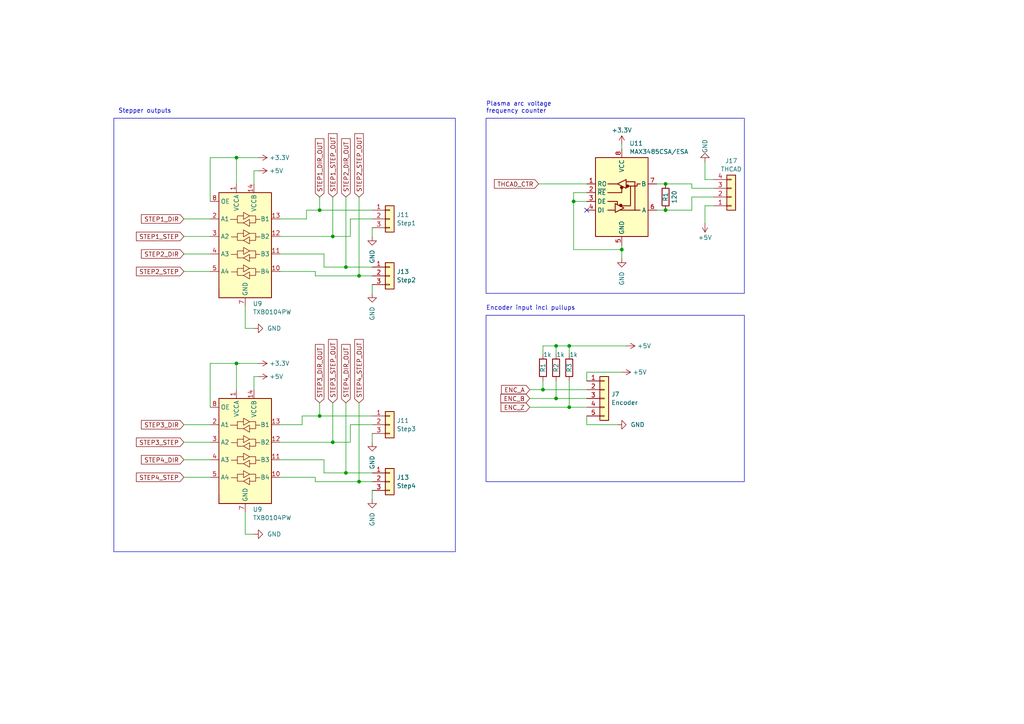
<source format=kicad_sch>
(kicad_sch (version 20230121) (generator eeschema)

  (uuid 39cfbc0c-42ba-4187-8636-700b6ca8f3da)

  (paper "A4")

  (title_block
    (title "MetalMusings EaserCAT 3000")
  )

  (lib_symbols
    (symbol "Connector_Generic:Conn_01x03" (pin_names (offset 1.016) hide) (in_bom yes) (on_board yes)
      (property "Reference" "J" (at 0 5.08 0)
        (effects (font (size 1.27 1.27)))
      )
      (property "Value" "Conn_01x03" (at 0 -5.08 0)
        (effects (font (size 1.27 1.27)))
      )
      (property "Footprint" "" (at 0 0 0)
        (effects (font (size 1.27 1.27)) hide)
      )
      (property "Datasheet" "~" (at 0 0 0)
        (effects (font (size 1.27 1.27)) hide)
      )
      (property "ki_keywords" "connector" (at 0 0 0)
        (effects (font (size 1.27 1.27)) hide)
      )
      (property "ki_description" "Generic connector, single row, 01x03, script generated (kicad-library-utils/schlib/autogen/connector/)" (at 0 0 0)
        (effects (font (size 1.27 1.27)) hide)
      )
      (property "ki_fp_filters" "Connector*:*_1x??_*" (at 0 0 0)
        (effects (font (size 1.27 1.27)) hide)
      )
      (symbol "Conn_01x03_1_1"
        (rectangle (start -1.27 -2.413) (end 0 -2.667)
          (stroke (width 0.1524) (type default))
          (fill (type none))
        )
        (rectangle (start -1.27 0.127) (end 0 -0.127)
          (stroke (width 0.1524) (type default))
          (fill (type none))
        )
        (rectangle (start -1.27 2.667) (end 0 2.413)
          (stroke (width 0.1524) (type default))
          (fill (type none))
        )
        (rectangle (start -1.27 3.81) (end 1.27 -3.81)
          (stroke (width 0.254) (type default))
          (fill (type background))
        )
        (pin passive line (at -5.08 2.54 0) (length 3.81)
          (name "Pin_1" (effects (font (size 1.27 1.27))))
          (number "1" (effects (font (size 1.27 1.27))))
        )
        (pin passive line (at -5.08 0 0) (length 3.81)
          (name "Pin_2" (effects (font (size 1.27 1.27))))
          (number "2" (effects (font (size 1.27 1.27))))
        )
        (pin passive line (at -5.08 -2.54 0) (length 3.81)
          (name "Pin_3" (effects (font (size 1.27 1.27))))
          (number "3" (effects (font (size 1.27 1.27))))
        )
      )
    )
    (symbol "Connector_Generic:Conn_01x04" (pin_names (offset 1.016) hide) (in_bom yes) (on_board yes)
      (property "Reference" "J" (at 0 5.08 0)
        (effects (font (size 1.27 1.27)))
      )
      (property "Value" "Conn_01x04" (at 0 -7.62 0)
        (effects (font (size 1.27 1.27)))
      )
      (property "Footprint" "" (at 0 0 0)
        (effects (font (size 1.27 1.27)) hide)
      )
      (property "Datasheet" "~" (at 0 0 0)
        (effects (font (size 1.27 1.27)) hide)
      )
      (property "ki_keywords" "connector" (at 0 0 0)
        (effects (font (size 1.27 1.27)) hide)
      )
      (property "ki_description" "Generic connector, single row, 01x04, script generated (kicad-library-utils/schlib/autogen/connector/)" (at 0 0 0)
        (effects (font (size 1.27 1.27)) hide)
      )
      (property "ki_fp_filters" "Connector*:*_1x??_*" (at 0 0 0)
        (effects (font (size 1.27 1.27)) hide)
      )
      (symbol "Conn_01x04_1_1"
        (rectangle (start -1.27 -4.953) (end 0 -5.207)
          (stroke (width 0.1524) (type default))
          (fill (type none))
        )
        (rectangle (start -1.27 -2.413) (end 0 -2.667)
          (stroke (width 0.1524) (type default))
          (fill (type none))
        )
        (rectangle (start -1.27 0.127) (end 0 -0.127)
          (stroke (width 0.1524) (type default))
          (fill (type none))
        )
        (rectangle (start -1.27 2.667) (end 0 2.413)
          (stroke (width 0.1524) (type default))
          (fill (type none))
        )
        (rectangle (start -1.27 3.81) (end 1.27 -6.35)
          (stroke (width 0.254) (type default))
          (fill (type background))
        )
        (pin passive line (at -5.08 2.54 0) (length 3.81)
          (name "Pin_1" (effects (font (size 1.27 1.27))))
          (number "1" (effects (font (size 1.27 1.27))))
        )
        (pin passive line (at -5.08 0 0) (length 3.81)
          (name "Pin_2" (effects (font (size 1.27 1.27))))
          (number "2" (effects (font (size 1.27 1.27))))
        )
        (pin passive line (at -5.08 -2.54 0) (length 3.81)
          (name "Pin_3" (effects (font (size 1.27 1.27))))
          (number "3" (effects (font (size 1.27 1.27))))
        )
        (pin passive line (at -5.08 -5.08 0) (length 3.81)
          (name "Pin_4" (effects (font (size 1.27 1.27))))
          (number "4" (effects (font (size 1.27 1.27))))
        )
      )
    )
    (symbol "Connector_Generic:Conn_01x05" (pin_names (offset 1.016) hide) (in_bom yes) (on_board yes)
      (property "Reference" "J" (at 0 7.62 0)
        (effects (font (size 1.27 1.27)))
      )
      (property "Value" "Conn_01x05" (at 0 -7.62 0)
        (effects (font (size 1.27 1.27)))
      )
      (property "Footprint" "" (at 0 0 0)
        (effects (font (size 1.27 1.27)) hide)
      )
      (property "Datasheet" "~" (at 0 0 0)
        (effects (font (size 1.27 1.27)) hide)
      )
      (property "ki_keywords" "connector" (at 0 0 0)
        (effects (font (size 1.27 1.27)) hide)
      )
      (property "ki_description" "Generic connector, single row, 01x05, script generated (kicad-library-utils/schlib/autogen/connector/)" (at 0 0 0)
        (effects (font (size 1.27 1.27)) hide)
      )
      (property "ki_fp_filters" "Connector*:*_1x??_*" (at 0 0 0)
        (effects (font (size 1.27 1.27)) hide)
      )
      (symbol "Conn_01x05_1_1"
        (rectangle (start -1.27 -4.953) (end 0 -5.207)
          (stroke (width 0.1524) (type default))
          (fill (type none))
        )
        (rectangle (start -1.27 -2.413) (end 0 -2.667)
          (stroke (width 0.1524) (type default))
          (fill (type none))
        )
        (rectangle (start -1.27 0.127) (end 0 -0.127)
          (stroke (width 0.1524) (type default))
          (fill (type none))
        )
        (rectangle (start -1.27 2.667) (end 0 2.413)
          (stroke (width 0.1524) (type default))
          (fill (type none))
        )
        (rectangle (start -1.27 5.207) (end 0 4.953)
          (stroke (width 0.1524) (type default))
          (fill (type none))
        )
        (rectangle (start -1.27 6.35) (end 1.27 -6.35)
          (stroke (width 0.254) (type default))
          (fill (type background))
        )
        (pin passive line (at -5.08 5.08 0) (length 3.81)
          (name "Pin_1" (effects (font (size 1.27 1.27))))
          (number "1" (effects (font (size 1.27 1.27))))
        )
        (pin passive line (at -5.08 2.54 0) (length 3.81)
          (name "Pin_2" (effects (font (size 1.27 1.27))))
          (number "2" (effects (font (size 1.27 1.27))))
        )
        (pin passive line (at -5.08 0 0) (length 3.81)
          (name "Pin_3" (effects (font (size 1.27 1.27))))
          (number "3" (effects (font (size 1.27 1.27))))
        )
        (pin passive line (at -5.08 -2.54 0) (length 3.81)
          (name "Pin_4" (effects (font (size 1.27 1.27))))
          (number "4" (effects (font (size 1.27 1.27))))
        )
        (pin passive line (at -5.08 -5.08 0) (length 3.81)
          (name "Pin_5" (effects (font (size 1.27 1.27))))
          (number "5" (effects (font (size 1.27 1.27))))
        )
      )
    )
    (symbol "Device:R" (pin_numbers hide) (pin_names (offset 0)) (in_bom yes) (on_board yes)
      (property "Reference" "R" (at 2.032 0 90)
        (effects (font (size 1.27 1.27)))
      )
      (property "Value" "R" (at 0 0 90)
        (effects (font (size 1.27 1.27)))
      )
      (property "Footprint" "" (at -1.778 0 90)
        (effects (font (size 1.27 1.27)) hide)
      )
      (property "Datasheet" "~" (at 0 0 0)
        (effects (font (size 1.27 1.27)) hide)
      )
      (property "ki_keywords" "R res resistor" (at 0 0 0)
        (effects (font (size 1.27 1.27)) hide)
      )
      (property "ki_description" "Resistor" (at 0 0 0)
        (effects (font (size 1.27 1.27)) hide)
      )
      (property "ki_fp_filters" "R_*" (at 0 0 0)
        (effects (font (size 1.27 1.27)) hide)
      )
      (symbol "R_0_1"
        (rectangle (start -1.016 -2.54) (end 1.016 2.54)
          (stroke (width 0.254) (type default))
          (fill (type none))
        )
      )
      (symbol "R_1_1"
        (pin passive line (at 0 3.81 270) (length 1.27)
          (name "~" (effects (font (size 1.27 1.27))))
          (number "1" (effects (font (size 1.27 1.27))))
        )
        (pin passive line (at 0 -3.81 90) (length 1.27)
          (name "~" (effects (font (size 1.27 1.27))))
          (number "2" (effects (font (size 1.27 1.27))))
        )
      )
    )
    (symbol "Interface_UART:MAX3485" (in_bom yes) (on_board yes)
      (property "Reference" "U" (at -6.096 11.43 0)
        (effects (font (size 1.27 1.27)))
      )
      (property "Value" "MAX3485" (at 0.762 11.43 0)
        (effects (font (size 1.27 1.27)) (justify left))
      )
      (property "Footprint" "" (at 0 -17.78 0)
        (effects (font (size 1.27 1.27)) hide)
      )
      (property "Datasheet" "https://datasheets.maximintegrated.com/en/ds/MAX3483-MAX3491.pdf" (at 0 1.27 0)
        (effects (font (size 1.27 1.27)) hide)
      )
      (property "ki_keywords" "RS-485 RS-422 UART line-driver transceiver" (at 0 0 0)
        (effects (font (size 1.27 1.27)) hide)
      )
      (property "ki_description" "True RS-485/RS-422, 10Mbps, Slew-Rate Limited, with low-power shutdown, with receiver/driver enable, 32 receiver drive capacitity, DIP-8 and SOIC-8" (at 0 0 0)
        (effects (font (size 1.27 1.27)) hide)
      )
      (property "ki_fp_filters" "DIP*W7.62mm* SOIC*3.9x4.9mm*P1.27mm*" (at 0 0 0)
        (effects (font (size 1.27 1.27)) hide)
      )
      (symbol "MAX3485_0_1"
        (rectangle (start -7.62 10.16) (end 7.62 -12.7)
          (stroke (width 0.254) (type default))
          (fill (type background))
        )
        (circle (center -0.3048 -3.683) (radius 0.3556)
          (stroke (width 0.254) (type default))
          (fill (type outline))
        )
        (circle (center -0.0254 1.4986) (radius 0.3556)
          (stroke (width 0.254) (type default))
          (fill (type outline))
        )
        (polyline
          (pts
            (xy -4.064 -5.08)
            (xy -1.905 -5.08)
          )
          (stroke (width 0.254) (type default))
          (fill (type none))
        )
        (polyline
          (pts
            (xy -4.064 2.54)
            (xy -1.27 2.54)
          )
          (stroke (width 0.254) (type default))
          (fill (type none))
        )
        (polyline
          (pts
            (xy -1.27 -3.2004)
            (xy -1.27 -3.4544)
          )
          (stroke (width 0.254) (type default))
          (fill (type none))
        )
        (polyline
          (pts
            (xy -0.635 -5.08)
            (xy 5.334 -5.08)
          )
          (stroke (width 0.254) (type default))
          (fill (type none))
        )
        (polyline
          (pts
            (xy -4.064 -2.54)
            (xy -1.27 -2.54)
            (xy -1.27 -3.175)
          )
          (stroke (width 0.254) (type default))
          (fill (type none))
        )
        (polyline
          (pts
            (xy 0 1.27)
            (xy 0 0)
            (xy -4.064 0)
          )
          (stroke (width 0.254) (type default))
          (fill (type none))
        )
        (polyline
          (pts
            (xy 1.27 3.175)
            (xy 3.81 3.175)
            (xy 3.81 -5.08)
          )
          (stroke (width 0.254) (type default))
          (fill (type none))
        )
        (polyline
          (pts
            (xy 2.54 1.905)
            (xy 2.54 -3.81)
            (xy 0 -3.81)
          )
          (stroke (width 0.254) (type default))
          (fill (type none))
        )
        (polyline
          (pts
            (xy -1.905 -3.175)
            (xy -1.905 -5.715)
            (xy 0.635 -4.445)
            (xy -1.905 -3.175)
          )
          (stroke (width 0.254) (type default))
          (fill (type none))
        )
        (polyline
          (pts
            (xy -1.27 2.54)
            (xy 1.27 3.81)
            (xy 1.27 1.27)
            (xy -1.27 2.54)
          )
          (stroke (width 0.254) (type default))
          (fill (type none))
        )
        (polyline
          (pts
            (xy 1.905 1.905)
            (xy 4.445 1.905)
            (xy 4.445 2.54)
            (xy 5.334 2.54)
          )
          (stroke (width 0.254) (type default))
          (fill (type none))
        )
        (rectangle (start 1.27 3.175) (end 1.27 3.175)
          (stroke (width 0) (type default))
          (fill (type none))
        )
        (circle (center 1.651 1.905) (radius 0.3556)
          (stroke (width 0.254) (type default))
          (fill (type outline))
        )
      )
      (symbol "MAX3485_1_1"
        (pin output line (at -10.16 2.54 0) (length 2.54)
          (name "RO" (effects (font (size 1.27 1.27))))
          (number "1" (effects (font (size 1.27 1.27))))
        )
        (pin input line (at -10.16 0 0) (length 2.54)
          (name "~{RE}" (effects (font (size 1.27 1.27))))
          (number "2" (effects (font (size 1.27 1.27))))
        )
        (pin input line (at -10.16 -2.54 0) (length 2.54)
          (name "DE" (effects (font (size 1.27 1.27))))
          (number "3" (effects (font (size 1.27 1.27))))
        )
        (pin input line (at -10.16 -5.08 0) (length 2.54)
          (name "DI" (effects (font (size 1.27 1.27))))
          (number "4" (effects (font (size 1.27 1.27))))
        )
        (pin power_in line (at 0 -15.24 90) (length 2.54)
          (name "GND" (effects (font (size 1.27 1.27))))
          (number "5" (effects (font (size 1.27 1.27))))
        )
        (pin bidirectional line (at 10.16 -5.08 180) (length 2.54)
          (name "A" (effects (font (size 1.27 1.27))))
          (number "6" (effects (font (size 1.27 1.27))))
        )
        (pin bidirectional line (at 10.16 2.54 180) (length 2.54)
          (name "B" (effects (font (size 1.27 1.27))))
          (number "7" (effects (font (size 1.27 1.27))))
        )
        (pin power_in line (at 0 12.7 270) (length 2.54)
          (name "VCC" (effects (font (size 1.27 1.27))))
          (number "8" (effects (font (size 1.27 1.27))))
        )
      )
    )
    (symbol "Logic_LevelTranslator:TXB0104PW" (in_bom yes) (on_board yes)
      (property "Reference" "U" (at -6.35 16.51 0)
        (effects (font (size 1.27 1.27)))
      )
      (property "Value" "TXB0104PW" (at 3.81 16.51 0)
        (effects (font (size 1.27 1.27)) (justify left))
      )
      (property "Footprint" "Package_SO:TSSOP-14_4.4x5mm_P0.65mm" (at 0 -19.05 0)
        (effects (font (size 1.27 1.27)) hide)
      )
      (property "Datasheet" "http://www.ti.com/lit/ds/symlink/txb0104.pdf" (at 2.794 2.413 0)
        (effects (font (size 1.27 1.27)) hide)
      )
      (property "ki_keywords" "Level-Shifter CMOS-TTL-Translation" (at 0 0 0)
        (effects (font (size 1.27 1.27)) hide)
      )
      (property "ki_description" "4-Bit Bidirectional Voltage-Level Translator, Auto Direction Sensing and ±15-kV ESD Protection, 1.2 - 3.6V APort, 1.65 - 5.5V BPort, TSSOP-14" (at 0 0 0)
        (effects (font (size 1.27 1.27)) hide)
      )
      (property "ki_fp_filters" "TSSOP*14*5mm*P0.65mm*" (at 0 0 0)
        (effects (font (size 1.27 1.27)) hide)
      )
      (symbol "TXB0104PW_0_1"
        (rectangle (start -7.62 -15.24) (end -7.62 -12.7)
          (stroke (width 0.254) (type default))
          (fill (type none))
        )
        (rectangle (start -7.62 15.24) (end 7.62 -15.24)
          (stroke (width 0.254) (type default))
          (fill (type background))
        )
        (polyline
          (pts
            (xy -2.286 -7.747)
            (xy -2.286 -6.731)
            (xy -0.508 -6.731)
          )
          (stroke (width 0) (type default))
          (fill (type none))
        )
        (polyline
          (pts
            (xy -2.286 -2.667)
            (xy -2.286 -1.651)
            (xy -0.508 -1.651)
          )
          (stroke (width 0) (type default))
          (fill (type none))
        )
        (polyline
          (pts
            (xy -2.286 2.413)
            (xy -2.286 3.429)
            (xy -0.508 3.429)
          )
          (stroke (width 0) (type default))
          (fill (type none))
        )
        (polyline
          (pts
            (xy -2.286 7.493)
            (xy -2.286 8.509)
            (xy -0.508 8.509)
          )
          (stroke (width 0) (type default))
          (fill (type none))
        )
        (polyline
          (pts
            (xy 3.048 -7.747)
            (xy 3.048 -8.763)
            (xy 1.27 -8.763)
          )
          (stroke (width 0) (type default))
          (fill (type none))
        )
        (polyline
          (pts
            (xy 3.048 -2.667)
            (xy 3.048 -3.683)
            (xy 1.27 -3.683)
          )
          (stroke (width 0) (type default))
          (fill (type none))
        )
        (polyline
          (pts
            (xy 3.048 2.413)
            (xy 3.048 1.397)
            (xy 1.27 1.397)
          )
          (stroke (width 0) (type default))
          (fill (type none))
        )
        (polyline
          (pts
            (xy 3.048 7.493)
            (xy 3.048 6.477)
            (xy 1.27 6.477)
          )
          (stroke (width 0) (type default))
          (fill (type none))
        )
        (polyline
          (pts
            (xy -0.508 -8.763)
            (xy -2.286 -8.763)
            (xy -2.286 -7.747)
            (xy -4.064 -7.747)
          )
          (stroke (width 0) (type default))
          (fill (type none))
        )
        (polyline
          (pts
            (xy -0.508 -8.763)
            (xy 1.27 -7.747)
            (xy 1.27 -9.779)
            (xy -0.508 -8.763)
          )
          (stroke (width 0) (type default))
          (fill (type none))
        )
        (polyline
          (pts
            (xy -0.508 -3.683)
            (xy -2.286 -3.683)
            (xy -2.286 -2.667)
            (xy -4.064 -2.667)
          )
          (stroke (width 0) (type default))
          (fill (type none))
        )
        (polyline
          (pts
            (xy -0.508 -3.683)
            (xy 1.27 -2.667)
            (xy 1.27 -4.699)
            (xy -0.508 -3.683)
          )
          (stroke (width 0) (type default))
          (fill (type none))
        )
        (polyline
          (pts
            (xy -0.508 1.397)
            (xy -2.286 1.397)
            (xy -2.286 2.413)
            (xy -4.064 2.413)
          )
          (stroke (width 0) (type default))
          (fill (type none))
        )
        (polyline
          (pts
            (xy -0.508 1.397)
            (xy 1.27 2.413)
            (xy 1.27 0.381)
            (xy -0.508 1.397)
          )
          (stroke (width 0) (type default))
          (fill (type none))
        )
        (polyline
          (pts
            (xy -0.508 6.477)
            (xy -2.286 6.477)
            (xy -2.286 7.493)
            (xy -4.318 7.493)
          )
          (stroke (width 0) (type default))
          (fill (type none))
        )
        (polyline
          (pts
            (xy -0.508 6.477)
            (xy 1.27 7.493)
            (xy 1.27 5.461)
            (xy -0.508 6.477)
          )
          (stroke (width 0) (type default))
          (fill (type none))
        )
        (polyline
          (pts
            (xy 1.27 -6.731)
            (xy -0.508 -7.747)
            (xy -0.508 -5.715)
            (xy 1.27 -6.731)
          )
          (stroke (width 0) (type default))
          (fill (type none))
        )
        (polyline
          (pts
            (xy 1.27 -6.731)
            (xy 3.048 -6.731)
            (xy 3.048 -7.747)
            (xy 4.318 -7.747)
          )
          (stroke (width 0) (type default))
          (fill (type none))
        )
        (polyline
          (pts
            (xy 1.27 -1.651)
            (xy -0.508 -2.667)
            (xy -0.508 -0.635)
            (xy 1.27 -1.651)
          )
          (stroke (width 0) (type default))
          (fill (type none))
        )
        (polyline
          (pts
            (xy 1.27 -1.651)
            (xy 3.048 -1.651)
            (xy 3.048 -2.667)
            (xy 4.318 -2.667)
          )
          (stroke (width 0) (type default))
          (fill (type none))
        )
        (polyline
          (pts
            (xy 1.27 3.429)
            (xy -0.508 2.413)
            (xy -0.508 4.445)
            (xy 1.27 3.429)
          )
          (stroke (width 0) (type default))
          (fill (type none))
        )
        (polyline
          (pts
            (xy 1.27 3.429)
            (xy 3.048 3.429)
            (xy 3.048 2.413)
            (xy 4.318 2.413)
          )
          (stroke (width 0) (type default))
          (fill (type none))
        )
        (polyline
          (pts
            (xy 1.27 8.509)
            (xy -0.508 7.493)
            (xy -0.508 9.525)
            (xy 1.27 8.509)
          )
          (stroke (width 0) (type default))
          (fill (type none))
        )
        (polyline
          (pts
            (xy 1.27 8.509)
            (xy 3.048 8.509)
            (xy 3.048 7.493)
            (xy 4.318 7.493)
          )
          (stroke (width 0) (type default))
          (fill (type none))
        )
      )
      (symbol "TXB0104PW_1_1"
        (pin power_in line (at -2.54 17.78 270) (length 2.54)
          (name "VCCA" (effects (font (size 1.27 1.27))))
          (number "1" (effects (font (size 1.27 1.27))))
        )
        (pin bidirectional line (at 10.16 -7.62 180) (length 2.54)
          (name "B4" (effects (font (size 1.27 1.27))))
          (number "10" (effects (font (size 1.27 1.27))))
        )
        (pin bidirectional line (at 10.16 -2.54 180) (length 2.54)
          (name "B3" (effects (font (size 1.27 1.27))))
          (number "11" (effects (font (size 1.27 1.27))))
        )
        (pin bidirectional line (at 10.16 2.54 180) (length 2.54)
          (name "B2" (effects (font (size 1.27 1.27))))
          (number "12" (effects (font (size 1.27 1.27))))
        )
        (pin bidirectional line (at 10.16 7.62 180) (length 2.54)
          (name "B1" (effects (font (size 1.27 1.27))))
          (number "13" (effects (font (size 1.27 1.27))))
        )
        (pin power_in line (at 2.54 17.78 270) (length 2.54)
          (name "VCCB" (effects (font (size 1.27 1.27))))
          (number "14" (effects (font (size 1.27 1.27))))
        )
        (pin bidirectional line (at -10.16 7.62 0) (length 2.54)
          (name "A1" (effects (font (size 1.27 1.27))))
          (number "2" (effects (font (size 1.27 1.27))))
        )
        (pin bidirectional line (at -10.16 2.54 0) (length 2.54)
          (name "A2" (effects (font (size 1.27 1.27))))
          (number "3" (effects (font (size 1.27 1.27))))
        )
        (pin bidirectional line (at -10.16 -2.54 0) (length 2.54)
          (name "A3" (effects (font (size 1.27 1.27))))
          (number "4" (effects (font (size 1.27 1.27))))
        )
        (pin bidirectional line (at -10.16 -7.62 0) (length 2.54)
          (name "A4" (effects (font (size 1.27 1.27))))
          (number "5" (effects (font (size 1.27 1.27))))
        )
        (pin no_connect line (at -7.62 -12.7 0) (length 2.54) hide
          (name "NC" (effects (font (size 1.27 1.27))))
          (number "6" (effects (font (size 1.27 1.27))))
        )
        (pin power_in line (at 0 -17.78 90) (length 2.54)
          (name "GND" (effects (font (size 1.27 1.27))))
          (number "7" (effects (font (size 1.27 1.27))))
        )
        (pin input line (at -10.16 12.7 0) (length 2.54)
          (name "OE" (effects (font (size 1.27 1.27))))
          (number "8" (effects (font (size 1.27 1.27))))
        )
        (pin no_connect line (at 7.62 -12.7 180) (length 2.54) hide
          (name "NC" (effects (font (size 1.27 1.27))))
          (number "9" (effects (font (size 1.27 1.27))))
        )
      )
    )
    (symbol "power:+3.3V" (power) (pin_names (offset 0)) (in_bom yes) (on_board yes)
      (property "Reference" "#PWR" (at 0 -3.81 0)
        (effects (font (size 1.27 1.27)) hide)
      )
      (property "Value" "+3.3V" (at 0 3.556 0)
        (effects (font (size 1.27 1.27)))
      )
      (property "Footprint" "" (at 0 0 0)
        (effects (font (size 1.27 1.27)) hide)
      )
      (property "Datasheet" "" (at 0 0 0)
        (effects (font (size 1.27 1.27)) hide)
      )
      (property "ki_keywords" "global power" (at 0 0 0)
        (effects (font (size 1.27 1.27)) hide)
      )
      (property "ki_description" "Power symbol creates a global label with name \"+3.3V\"" (at 0 0 0)
        (effects (font (size 1.27 1.27)) hide)
      )
      (symbol "+3.3V_0_1"
        (polyline
          (pts
            (xy -0.762 1.27)
            (xy 0 2.54)
          )
          (stroke (width 0) (type default))
          (fill (type none))
        )
        (polyline
          (pts
            (xy 0 0)
            (xy 0 2.54)
          )
          (stroke (width 0) (type default))
          (fill (type none))
        )
        (polyline
          (pts
            (xy 0 2.54)
            (xy 0.762 1.27)
          )
          (stroke (width 0) (type default))
          (fill (type none))
        )
      )
      (symbol "+3.3V_1_1"
        (pin power_in line (at 0 0 90) (length 0) hide
          (name "+3.3V" (effects (font (size 1.27 1.27))))
          (number "1" (effects (font (size 1.27 1.27))))
        )
      )
    )
    (symbol "power:+5V" (power) (pin_names (offset 0)) (in_bom yes) (on_board yes)
      (property "Reference" "#PWR" (at 0 -3.81 0)
        (effects (font (size 1.27 1.27)) hide)
      )
      (property "Value" "+5V" (at 0 3.556 0)
        (effects (font (size 1.27 1.27)))
      )
      (property "Footprint" "" (at 0 0 0)
        (effects (font (size 1.27 1.27)) hide)
      )
      (property "Datasheet" "" (at 0 0 0)
        (effects (font (size 1.27 1.27)) hide)
      )
      (property "ki_keywords" "global power" (at 0 0 0)
        (effects (font (size 1.27 1.27)) hide)
      )
      (property "ki_description" "Power symbol creates a global label with name \"+5V\"" (at 0 0 0)
        (effects (font (size 1.27 1.27)) hide)
      )
      (symbol "+5V_0_1"
        (polyline
          (pts
            (xy -0.762 1.27)
            (xy 0 2.54)
          )
          (stroke (width 0) (type default))
          (fill (type none))
        )
        (polyline
          (pts
            (xy 0 0)
            (xy 0 2.54)
          )
          (stroke (width 0) (type default))
          (fill (type none))
        )
        (polyline
          (pts
            (xy 0 2.54)
            (xy 0.762 1.27)
          )
          (stroke (width 0) (type default))
          (fill (type none))
        )
      )
      (symbol "+5V_1_1"
        (pin power_in line (at 0 0 90) (length 0) hide
          (name "+5V" (effects (font (size 1.27 1.27))))
          (number "1" (effects (font (size 1.27 1.27))))
        )
      )
    )
    (symbol "power:GND" (power) (pin_names (offset 0)) (in_bom yes) (on_board yes)
      (property "Reference" "#PWR" (at 0 -6.35 0)
        (effects (font (size 1.27 1.27)) hide)
      )
      (property "Value" "GND" (at 0 -3.81 0)
        (effects (font (size 1.27 1.27)))
      )
      (property "Footprint" "" (at 0 0 0)
        (effects (font (size 1.27 1.27)) hide)
      )
      (property "Datasheet" "" (at 0 0 0)
        (effects (font (size 1.27 1.27)) hide)
      )
      (property "ki_keywords" "global power" (at 0 0 0)
        (effects (font (size 1.27 1.27)) hide)
      )
      (property "ki_description" "Power symbol creates a global label with name \"GND\" , ground" (at 0 0 0)
        (effects (font (size 1.27 1.27)) hide)
      )
      (symbol "GND_0_1"
        (polyline
          (pts
            (xy 0 0)
            (xy 0 -1.27)
            (xy 1.27 -1.27)
            (xy 0 -2.54)
            (xy -1.27 -1.27)
            (xy 0 -1.27)
          )
          (stroke (width 0) (type default))
          (fill (type none))
        )
      )
      (symbol "GND_1_1"
        (pin power_in line (at 0 0 270) (length 0) hide
          (name "GND" (effects (font (size 1.27 1.27))))
          (number "1" (effects (font (size 1.27 1.27))))
        )
      )
    )
  )

  (junction (at 104.14 139.7) (diameter 0) (color 0 0 0 0)
    (uuid 0e721998-893c-4dce-965f-728192032f75)
  )
  (junction (at 92.71 120.65) (diameter 0) (color 0 0 0 0)
    (uuid 21afe228-40b2-494b-9004-a13a672b2f98)
  )
  (junction (at 180.34 72.39) (diameter 0) (color 0 0 0 0)
    (uuid 37ed323d-92c7-4614-8bc4-d7359e3692c9)
  )
  (junction (at 104.14 80.01) (diameter 0) (color 0 0 0 0)
    (uuid 68069d8b-22c7-4378-8ad3-0fb4cb13f855)
  )
  (junction (at 165.1 100.33) (diameter 0) (color 0 0 0 0)
    (uuid 683d9ab9-e1cb-47bd-9d28-2fb2e97c4118)
  )
  (junction (at 161.29 115.57) (diameter 0) (color 0 0 0 0)
    (uuid 6e1ace0d-16b0-40e5-8264-e1c3817e4e6d)
  )
  (junction (at 68.58 45.72) (diameter 0) (color 0 0 0 0)
    (uuid 745e3e50-7dbd-49bd-ba57-85bae1fd0fac)
  )
  (junction (at 193.04 60.96) (diameter 0) (color 0 0 0 0)
    (uuid 76685157-e1d7-4504-815b-8e1e0347929f)
  )
  (junction (at 96.52 128.27) (diameter 0) (color 0 0 0 0)
    (uuid 79b3c81e-a35e-44b0-9628-d8c2f351efc8)
  )
  (junction (at 165.1 118.11) (diameter 0) (color 0 0 0 0)
    (uuid 84b2ca66-6f83-47cf-a342-96a42b1f0948)
  )
  (junction (at 96.52 68.58) (diameter 0) (color 0 0 0 0)
    (uuid 8cc57f72-e18d-4919-96ed-c8f17ae74324)
  )
  (junction (at 68.58 105.41) (diameter 0) (color 0 0 0 0)
    (uuid 8fc29f69-6b55-4ead-8136-0f330052924d)
  )
  (junction (at 166.37 58.42) (diameter 0) (color 0 0 0 0)
    (uuid 9750e5b1-6a68-43b1-b199-b68a8f0a5bc1)
  )
  (junction (at 161.29 100.33) (diameter 0) (color 0 0 0 0)
    (uuid a719d543-3cd0-4160-a022-0882e04d1c7e)
  )
  (junction (at 100.33 137.16) (diameter 0) (color 0 0 0 0)
    (uuid aa87c021-6bfc-4344-8102-e1b7d058ac5d)
  )
  (junction (at 193.04 53.34) (diameter 0) (color 0 0 0 0)
    (uuid af0394df-e48d-457c-884f-ffd856979ade)
  )
  (junction (at 100.33 77.47) (diameter 0) (color 0 0 0 0)
    (uuid cdaa2af4-6596-4df0-b7b9-21b0136e042f)
  )
  (junction (at 157.48 113.03) (diameter 0) (color 0 0 0 0)
    (uuid ea972e4e-c0af-4e8d-a77c-c97c2f13d033)
  )
  (junction (at 92.71 60.96) (diameter 0) (color 0 0 0 0)
    (uuid feb8b4fd-6ed1-41d6-b09e-7fe343575411)
  )

  (no_connect (at 170.18 60.96) (uuid b55a0831-1f80-4e60-afe5-fbeb09b31fb3))

  (wire (pts (xy 204.47 59.69) (xy 204.47 64.77))
    (stroke (width 0) (type default))
    (uuid 00af1383-82d5-4f44-9bd5-4f00ebe62789)
  )
  (wire (pts (xy 81.28 128.27) (xy 96.52 128.27))
    (stroke (width 0) (type default))
    (uuid 022b3f63-ff33-415d-8f8e-e91d454c2082)
  )
  (wire (pts (xy 93.98 137.16) (xy 93.98 133.35))
    (stroke (width 0) (type default))
    (uuid 039574c2-165e-42ea-adec-45936246a3ae)
  )
  (wire (pts (xy 101.6 128.27) (xy 101.6 123.19))
    (stroke (width 0) (type default))
    (uuid 043d3d54-e00a-4fe3-817d-ee88809e8647)
  )
  (wire (pts (xy 53.34 68.58) (xy 60.96 68.58))
    (stroke (width 0) (type default))
    (uuid 0483916f-ad06-494e-abf3-32c2b3012143)
  )
  (wire (pts (xy 170.18 123.19) (xy 170.18 120.65))
    (stroke (width 0) (type default))
    (uuid 07465d76-73cb-47cf-85b0-a212eeb4c245)
  )
  (wire (pts (xy 53.34 123.19) (xy 60.96 123.19))
    (stroke (width 0) (type default))
    (uuid 0762e0f7-d485-4359-81af-952410a01e73)
  )
  (wire (pts (xy 104.14 116.84) (xy 104.14 139.7))
    (stroke (width 0) (type default))
    (uuid 078ce940-0e71-4c96-87a0-fbeb4d632f86)
  )
  (wire (pts (xy 107.95 82.55) (xy 107.95 85.09))
    (stroke (width 0) (type default))
    (uuid 08028f6c-a86e-4b63-9431-eeac0576cf6e)
  )
  (wire (pts (xy 200.66 57.15) (xy 207.01 57.15))
    (stroke (width 0) (type default))
    (uuid 08fed954-f2cf-45a8-93c5-52d04333503a)
  )
  (wire (pts (xy 87.63 120.65) (xy 87.63 123.19))
    (stroke (width 0) (type default))
    (uuid 0bbc94eb-ba76-42f5-ab36-c4927b41901a)
  )
  (wire (pts (xy 91.44 139.7) (xy 104.14 139.7))
    (stroke (width 0) (type default))
    (uuid 0c65370c-3f9e-4f75-957a-4e592f662f1e)
  )
  (wire (pts (xy 161.29 100.33) (xy 165.1 100.33))
    (stroke (width 0) (type default))
    (uuid 0e8887a4-427f-4e39-bddc-e08029e86fc7)
  )
  (wire (pts (xy 91.44 78.74) (xy 91.44 80.01))
    (stroke (width 0) (type default))
    (uuid 0fe48177-76c6-48fe-9f91-ed78f4053ce3)
  )
  (wire (pts (xy 200.66 53.34) (xy 200.66 54.61))
    (stroke (width 0) (type default))
    (uuid 1087bd07-2fbc-4edf-86ca-c7387ed4763a)
  )
  (wire (pts (xy 200.66 57.15) (xy 200.66 60.96))
    (stroke (width 0) (type default))
    (uuid 1165c426-1c99-4aea-8b41-082f9356dd3d)
  )
  (wire (pts (xy 161.29 110.49) (xy 161.29 115.57))
    (stroke (width 0) (type default))
    (uuid 14f4e99a-f84b-4589-ac22-66b0b2ca9c99)
  )
  (wire (pts (xy 53.34 73.66) (xy 60.96 73.66))
    (stroke (width 0) (type default))
    (uuid 1595daf5-fa76-4a02-9419-416091d5decd)
  )
  (wire (pts (xy 100.33 116.84) (xy 100.33 137.16))
    (stroke (width 0) (type default))
    (uuid 173e5b1a-3adc-4184-b830-1250007e23a2)
  )
  (wire (pts (xy 157.48 110.49) (xy 157.48 113.03))
    (stroke (width 0) (type default))
    (uuid 1765b6ab-a3d1-422e-a173-3e2c01e5e4e5)
  )
  (wire (pts (xy 87.63 120.65) (xy 92.71 120.65))
    (stroke (width 0) (type default))
    (uuid 1e1ba85e-9259-489f-b805-ea8376b32346)
  )
  (wire (pts (xy 73.66 95.25) (xy 71.12 95.25))
    (stroke (width 0) (type default))
    (uuid 21329f6a-a580-4324-b449-86cabcac310b)
  )
  (wire (pts (xy 81.28 68.58) (xy 96.52 68.58))
    (stroke (width 0) (type default))
    (uuid 2940e15e-c8c2-49c3-ac1f-5b697cba2677)
  )
  (wire (pts (xy 81.28 78.74) (xy 91.44 78.74))
    (stroke (width 0) (type default))
    (uuid 296930d2-8f6f-488a-bc06-891d88d8ffb3)
  )
  (wire (pts (xy 180.34 72.39) (xy 180.34 74.93))
    (stroke (width 0) (type default))
    (uuid 29765ee6-86bc-4065-8694-08441f6c1b80)
  )
  (wire (pts (xy 92.71 120.65) (xy 107.95 120.65))
    (stroke (width 0) (type default))
    (uuid 2c067d49-36a7-44f4-9e39-140f4adc3464)
  )
  (wire (pts (xy 91.44 138.43) (xy 91.44 139.7))
    (stroke (width 0) (type default))
    (uuid 2e0ac4b5-218c-4967-947a-134bdc4b333c)
  )
  (wire (pts (xy 161.29 115.57) (xy 153.67 115.57))
    (stroke (width 0) (type default))
    (uuid 346a236b-d427-4af1-86b5-0caac3e862f5)
  )
  (wire (pts (xy 96.52 116.84) (xy 96.52 128.27))
    (stroke (width 0) (type default))
    (uuid 37828781-0af7-4b77-b426-1696be3d4736)
  )
  (wire (pts (xy 165.1 100.33) (xy 165.1 102.87))
    (stroke (width 0) (type default))
    (uuid 3891e985-b769-492a-b151-43bf81c93efa)
  )
  (wire (pts (xy 92.71 116.84) (xy 92.71 120.65))
    (stroke (width 0) (type default))
    (uuid 3955a344-e1ff-404a-acab-0570e07bb0a1)
  )
  (wire (pts (xy 156.21 53.34) (xy 170.18 53.34))
    (stroke (width 0) (type default))
    (uuid 3c67e0ed-3207-4832-b775-34aded55f1a5)
  )
  (wire (pts (xy 74.93 105.41) (xy 68.58 105.41))
    (stroke (width 0) (type default))
    (uuid 3d7a06e9-8829-417b-be94-63f28eb2fd9b)
  )
  (wire (pts (xy 93.98 77.47) (xy 93.98 73.66))
    (stroke (width 0) (type default))
    (uuid 3de85d8a-4197-4451-b0ee-911308e4bc04)
  )
  (wire (pts (xy 53.34 128.27) (xy 60.96 128.27))
    (stroke (width 0) (type default))
    (uuid 3fe8ea25-31b0-4d2f-b0f8-c5658374df47)
  )
  (wire (pts (xy 100.33 77.47) (xy 93.98 77.47))
    (stroke (width 0) (type default))
    (uuid 4487eeb3-5ab9-476a-a83e-11a8368efa08)
  )
  (wire (pts (xy 200.66 54.61) (xy 207.01 54.61))
    (stroke (width 0) (type default))
    (uuid 4a1ac9f3-57c5-4ec7-a1ae-7494a6d3b5d6)
  )
  (wire (pts (xy 74.93 45.72) (xy 68.58 45.72))
    (stroke (width 0) (type default))
    (uuid 4a78d1be-90fe-46e8-a769-be66b52ee969)
  )
  (wire (pts (xy 93.98 73.66) (xy 81.28 73.66))
    (stroke (width 0) (type default))
    (uuid 4c5e0f32-0147-4549-b120-32306e480ca5)
  )
  (wire (pts (xy 68.58 105.41) (xy 60.96 105.41))
    (stroke (width 0) (type default))
    (uuid 54a95eda-e187-441f-b048-114fb8051d0b)
  )
  (wire (pts (xy 165.1 100.33) (xy 181.61 100.33))
    (stroke (width 0) (type default))
    (uuid 5748ac3c-aa40-4338-91cb-09e7f27e32b9)
  )
  (wire (pts (xy 204.47 52.07) (xy 207.01 52.07))
    (stroke (width 0) (type default))
    (uuid 5ee11d42-eb8b-4f67-b43e-628265012120)
  )
  (wire (pts (xy 71.12 95.25) (xy 71.12 88.9))
    (stroke (width 0) (type default))
    (uuid 5f4d22bd-41f0-44fc-a0b6-340fc3fe0324)
  )
  (wire (pts (xy 68.58 45.72) (xy 60.96 45.72))
    (stroke (width 0) (type default))
    (uuid 5fd24010-5817-4ded-af94-dda2f4a3b47f)
  )
  (wire (pts (xy 71.12 154.94) (xy 73.66 154.94))
    (stroke (width 0) (type default))
    (uuid 6030b434-2870-4a73-98e2-d23d5ec9cd29)
  )
  (wire (pts (xy 53.34 63.5) (xy 60.96 63.5))
    (stroke (width 0) (type default))
    (uuid 6521e90b-7839-4f18-8fe1-973415662e99)
  )
  (wire (pts (xy 180.34 72.39) (xy 180.34 71.12))
    (stroke (width 0) (type default))
    (uuid 65e2f924-2e9e-4842-b52b-687fcb487481)
  )
  (wire (pts (xy 107.95 66.04) (xy 107.95 68.58))
    (stroke (width 0) (type default))
    (uuid 667a2758-9545-4543-a319-7f7c2376f1a9)
  )
  (wire (pts (xy 190.5 53.34) (xy 193.04 53.34))
    (stroke (width 0) (type default))
    (uuid 67537ad1-4e2f-4a32-9765-7ba4875fd098)
  )
  (wire (pts (xy 180.34 107.95) (xy 170.18 107.95))
    (stroke (width 0) (type default))
    (uuid 68ae044d-f4b4-461e-a4d4-8aded6fca61e)
  )
  (wire (pts (xy 53.34 138.43) (xy 60.96 138.43))
    (stroke (width 0) (type default))
    (uuid 6edf1c74-7683-4ed2-947a-8174179d9419)
  )
  (wire (pts (xy 166.37 72.39) (xy 180.34 72.39))
    (stroke (width 0) (type default))
    (uuid 701d7392-eb00-49e3-a9b4-2f6cfa660a9f)
  )
  (wire (pts (xy 161.29 100.33) (xy 161.29 102.87))
    (stroke (width 0) (type default))
    (uuid 7240d9a2-cd01-449e-a8d4-b8312f71888b)
  )
  (wire (pts (xy 71.12 154.94) (xy 71.12 148.59))
    (stroke (width 0) (type default))
    (uuid 73c80dc3-1e75-4e27-957f-6b7d918d3246)
  )
  (wire (pts (xy 101.6 63.5) (xy 107.95 63.5))
    (stroke (width 0) (type default))
    (uuid 741bbac1-e4f6-4a7a-981d-f94e05c7f95a)
  )
  (wire (pts (xy 170.18 107.95) (xy 170.18 110.49))
    (stroke (width 0) (type default))
    (uuid 7487b653-b62e-4c0e-a468-027f8168bddd)
  )
  (wire (pts (xy 104.14 80.01) (xy 107.95 80.01))
    (stroke (width 0) (type default))
    (uuid 75fffc53-e75e-4137-a154-881ba0891d90)
  )
  (wire (pts (xy 166.37 55.88) (xy 170.18 55.88))
    (stroke (width 0) (type default))
    (uuid 77cf8b9e-f61b-43bd-966b-ccf86cac9fe0)
  )
  (wire (pts (xy 204.47 59.69) (xy 207.01 59.69))
    (stroke (width 0) (type default))
    (uuid 78c4d81a-8cd7-4204-b127-67d702515bb3)
  )
  (wire (pts (xy 193.04 60.96) (xy 200.66 60.96))
    (stroke (width 0) (type default))
    (uuid 79ce384e-42f7-4583-b45c-c95ccbf35a3b)
  )
  (wire (pts (xy 92.71 60.96) (xy 107.95 60.96))
    (stroke (width 0) (type default))
    (uuid 7ac8c7c5-2472-4724-ada8-cb09f306e062)
  )
  (wire (pts (xy 73.66 109.22) (xy 74.93 109.22))
    (stroke (width 0) (type default))
    (uuid 7ba38daf-38f5-4275-bfd8-38bd5a2c0ac0)
  )
  (wire (pts (xy 93.98 133.35) (xy 81.28 133.35))
    (stroke (width 0) (type default))
    (uuid 801f0c58-9116-4b17-858f-04b5698c3192)
  )
  (wire (pts (xy 157.48 100.33) (xy 161.29 100.33))
    (stroke (width 0) (type default))
    (uuid 82e19398-256d-4a5d-95f6-8d89bb99d114)
  )
  (wire (pts (xy 104.14 139.7) (xy 107.95 139.7))
    (stroke (width 0) (type default))
    (uuid 8624041c-8ded-4587-898c-3c4258093edc)
  )
  (wire (pts (xy 165.1 110.49) (xy 165.1 118.11))
    (stroke (width 0) (type default))
    (uuid 874630da-7c87-493c-8c1f-33ae31cec068)
  )
  (wire (pts (xy 88.9 63.5) (xy 88.9 60.96))
    (stroke (width 0) (type default))
    (uuid 87b77d9c-8edd-43cd-ad33-211ec81dbac6)
  )
  (wire (pts (xy 68.58 45.72) (xy 68.58 53.34))
    (stroke (width 0) (type default))
    (uuid 8afb9b7d-3645-4b36-a688-81b33fd1c91b)
  )
  (wire (pts (xy 73.66 53.34) (xy 73.66 49.53))
    (stroke (width 0) (type default))
    (uuid 90d194bf-2950-4b99-bee7-10cd48f67e06)
  )
  (wire (pts (xy 193.04 53.34) (xy 200.66 53.34))
    (stroke (width 0) (type default))
    (uuid 91882306-e347-4452-8954-3a8d5ff67410)
  )
  (wire (pts (xy 107.95 77.47) (xy 100.33 77.47))
    (stroke (width 0) (type default))
    (uuid 98aa396d-380f-4ccb-9efc-2c7b82e05b9c)
  )
  (wire (pts (xy 81.28 63.5) (xy 88.9 63.5))
    (stroke (width 0) (type default))
    (uuid 9b238250-a01e-447c-99d9-36217f52fbb1)
  )
  (wire (pts (xy 190.5 60.96) (xy 193.04 60.96))
    (stroke (width 0) (type default))
    (uuid 9b895c16-54a7-428f-9102-5c2b51260af6)
  )
  (wire (pts (xy 165.1 118.11) (xy 153.67 118.11))
    (stroke (width 0) (type default))
    (uuid 9ce04e83-12fb-4e42-b9aa-23fb51d4d678)
  )
  (wire (pts (xy 179.07 123.19) (xy 170.18 123.19))
    (stroke (width 0) (type default))
    (uuid 9d78bb40-c999-4193-af4c-de9f9b1e9071)
  )
  (wire (pts (xy 93.98 137.16) (xy 100.33 137.16))
    (stroke (width 0) (type default))
    (uuid 9ff5c325-911f-4141-9696-93846ca8a4aa)
  )
  (wire (pts (xy 96.52 128.27) (xy 101.6 128.27))
    (stroke (width 0) (type default))
    (uuid a23a6a76-5e3c-4e97-8f8c-a958314a95bb)
  )
  (wire (pts (xy 53.34 78.74) (xy 60.96 78.74))
    (stroke (width 0) (type default))
    (uuid a64869e2-b137-4477-8caf-f9231b53a260)
  )
  (wire (pts (xy 161.29 115.57) (xy 170.18 115.57))
    (stroke (width 0) (type default))
    (uuid a8a1cdd0-f2df-4bed-9467-60e1f2ae75a6)
  )
  (wire (pts (xy 100.33 57.15) (xy 100.33 77.47))
    (stroke (width 0) (type default))
    (uuid ab93f39d-436f-49c8-b87c-c5f7f0b52f28)
  )
  (wire (pts (xy 157.48 113.03) (xy 153.67 113.03))
    (stroke (width 0) (type default))
    (uuid adba600e-d6ce-46b2-b8e6-83557370e0c7)
  )
  (wire (pts (xy 96.52 68.58) (xy 101.6 68.58))
    (stroke (width 0) (type default))
    (uuid b258a07a-5a63-4ad6-9b50-b19485c6dd2e)
  )
  (wire (pts (xy 107.95 142.24) (xy 107.95 144.78))
    (stroke (width 0) (type default))
    (uuid b41398e8-bcef-4627-aa66-983167b430bc)
  )
  (wire (pts (xy 91.44 80.01) (xy 104.14 80.01))
    (stroke (width 0) (type default))
    (uuid b536a6ce-f23d-4735-8e45-f90b23941ea8)
  )
  (wire (pts (xy 68.58 105.41) (xy 68.58 113.03))
    (stroke (width 0) (type default))
    (uuid be593ac2-3f9c-45f5-a99e-fc90468afd1d)
  )
  (wire (pts (xy 81.28 123.19) (xy 87.63 123.19))
    (stroke (width 0) (type default))
    (uuid c191cedd-cdf5-46b0-9066-38f9d12e666c)
  )
  (wire (pts (xy 73.66 113.03) (xy 73.66 109.22))
    (stroke (width 0) (type default))
    (uuid c2f6b9ea-13dd-488a-8607-316a08d87631)
  )
  (wire (pts (xy 170.18 58.42) (xy 166.37 58.42))
    (stroke (width 0) (type default))
    (uuid c4414625-f8ab-4fe9-9547-0ac0a19b7ee2)
  )
  (wire (pts (xy 157.48 113.03) (xy 170.18 113.03))
    (stroke (width 0) (type default))
    (uuid c6ed94ae-56fc-4cb8-99e7-60caac5ae8b6)
  )
  (wire (pts (xy 180.34 41.91) (xy 180.34 43.18))
    (stroke (width 0) (type default))
    (uuid c7a809a0-2c2e-4ba3-b292-083547343fab)
  )
  (wire (pts (xy 104.14 57.15) (xy 104.14 80.01))
    (stroke (width 0) (type default))
    (uuid cdfb1119-918d-444f-b066-8594b11632ef)
  )
  (wire (pts (xy 166.37 58.42) (xy 166.37 55.88))
    (stroke (width 0) (type default))
    (uuid dba83adf-b5b3-4e96-b1cb-a712fed941c7)
  )
  (wire (pts (xy 60.96 45.72) (xy 60.96 58.42))
    (stroke (width 0) (type default))
    (uuid dc1990a3-0fbc-4ee7-a8ac-b8af31ad550b)
  )
  (wire (pts (xy 88.9 60.96) (xy 92.71 60.96))
    (stroke (width 0) (type default))
    (uuid dc32fbdd-31f0-415b-b083-fc49da5a3d5a)
  )
  (wire (pts (xy 73.66 49.53) (xy 74.93 49.53))
    (stroke (width 0) (type default))
    (uuid dd9bcddf-cc93-4bb5-b096-c3ba6ac933db)
  )
  (wire (pts (xy 92.71 57.15) (xy 92.71 60.96))
    (stroke (width 0) (type default))
    (uuid e2ed06ce-42ad-4d15-9a40-4e8aa672d2ee)
  )
  (wire (pts (xy 166.37 58.42) (xy 166.37 72.39))
    (stroke (width 0) (type default))
    (uuid e4a8126a-f78d-4164-a25f-a40b85ea86f1)
  )
  (wire (pts (xy 107.95 125.73) (xy 107.95 128.27))
    (stroke (width 0) (type default))
    (uuid e5328e0a-631b-49c5-9ae5-25f3b987eadb)
  )
  (wire (pts (xy 53.34 133.35) (xy 60.96 133.35))
    (stroke (width 0) (type default))
    (uuid e6396607-07b0-4164-8e07-ba7445b5946e)
  )
  (wire (pts (xy 96.52 57.15) (xy 96.52 68.58))
    (stroke (width 0) (type default))
    (uuid e64ace11-450d-42c5-8299-161116e22719)
  )
  (wire (pts (xy 170.18 118.11) (xy 165.1 118.11))
    (stroke (width 0) (type default))
    (uuid e863041d-0244-4011-b022-ad7529d08168)
  )
  (wire (pts (xy 101.6 68.58) (xy 101.6 63.5))
    (stroke (width 0) (type default))
    (uuid eb07b2a7-a442-4f67-858f-2b4b053388be)
  )
  (wire (pts (xy 107.95 137.16) (xy 100.33 137.16))
    (stroke (width 0) (type default))
    (uuid ee2ff283-4edb-4673-a116-06b07e6c35e9)
  )
  (wire (pts (xy 101.6 123.19) (xy 107.95 123.19))
    (stroke (width 0) (type default))
    (uuid eed79582-b396-4bb8-9656-2ffbb9a92860)
  )
  (wire (pts (xy 60.96 105.41) (xy 60.96 118.11))
    (stroke (width 0) (type default))
    (uuid f55f0a8d-66a3-4699-ab73-1f5cfece3369)
  )
  (wire (pts (xy 157.48 102.87) (xy 157.48 100.33))
    (stroke (width 0) (type default))
    (uuid f79f6141-fa96-4ed9-b318-53b0121d9427)
  )
  (wire (pts (xy 204.47 46.99) (xy 204.47 52.07))
    (stroke (width 0) (type default))
    (uuid f88b9819-a59a-4a07-be5c-5c521a95b3e7)
  )
  (wire (pts (xy 81.28 138.43) (xy 91.44 138.43))
    (stroke (width 0) (type default))
    (uuid fd26b958-569e-4bc4-968f-45d082458c3a)
  )

  (rectangle (start 140.97 91.44) (end 215.9 139.7)
    (stroke (width 0) (type default))
    (fill (type none))
    (uuid 3ef8750f-6ace-4837-84fb-a688f448b3d1)
  )
  (rectangle (start 33.02 34.29) (end 132.08 160.02)
    (stroke (width 0) (type default))
    (fill (type none))
    (uuid da793583-4fa8-4d67-8c7e-823927d81327)
  )
  (rectangle (start 140.97 34.29) (end 215.9 85.09)
    (stroke (width 0) (type default))
    (fill (type none))
    (uuid ef5e87c3-cfa9-4773-afea-02daefed5b2d)
  )

  (text "Encoder input incl pullups" (at 140.97 90.17 0)
    (effects (font (size 1.27 1.27)) (justify left bottom))
    (uuid 0a450fc2-315a-40b5-9e58-cb323b5c5146)
  )
  (text "Plasma arc voltage\nfrequency counter" (at 140.97 33.02 0)
    (effects (font (size 1.27 1.27)) (justify left bottom))
    (uuid 26ccf782-2512-4136-834b-a8259a64e61a)
  )
  (text "Stepper outputs" (at 34.29 33.02 0)
    (effects (font (size 1.27 1.27)) (justify left bottom))
    (uuid e33fc6fd-d211-499e-a50f-b34f06235ac4)
  )

  (global_label "STEP2_DIR" (shape input) (at 53.34 73.66 180) (fields_autoplaced)
    (effects (font (size 1.27 1.27)) (justify right))
    (uuid 077b7921-7123-48ab-a1a1-220430f97d96)
    (property "Intersheetrefs" "${INTERSHEET_REFS}" (at 40.4368 73.66 0)
      (effects (font (size 1.27 1.27)) (justify right) hide)
    )
  )
  (global_label "STEP4_STEP" (shape input) (at 53.34 138.43 180) (fields_autoplaced)
    (effects (font (size 1.27 1.27)) (justify right))
    (uuid 1a5845dd-d267-4105-a125-df987fc219e7)
    (property "Intersheetrefs" "${INTERSHEET_REFS}" (at 38.9855 138.43 0)
      (effects (font (size 1.27 1.27)) (justify right) hide)
    )
  )
  (global_label "STEP3_DIR" (shape input) (at 53.34 123.19 180) (fields_autoplaced)
    (effects (font (size 1.27 1.27)) (justify right))
    (uuid 460bc270-d6b6-4188-bbad-86b499c710d5)
    (property "Intersheetrefs" "${INTERSHEET_REFS}" (at 40.4368 123.19 0)
      (effects (font (size 1.27 1.27)) (justify right) hide)
    )
  )
  (global_label "STEP2_STEP_OUT" (shape input) (at 104.14 57.15 90) (fields_autoplaced)
    (effects (font (size 1.27 1.27)) (justify left))
    (uuid 4b979f9f-f47c-4389-ab98-e5e9e0cbb50c)
    (property "Intersheetrefs" "${INTERSHEET_REFS}" (at 104.14 38.1993 90)
      (effects (font (size 1.27 1.27)) (justify left) hide)
    )
  )
  (global_label "STEP3_DIR_OUT" (shape input) (at 92.71 116.84 90) (fields_autoplaced)
    (effects (font (size 1.27 1.27)) (justify left))
    (uuid 52623fab-52b0-441b-9c38-b40a38853274)
    (property "Intersheetrefs" "${INTERSHEET_REFS}" (at 92.71 99.3406 90)
      (effects (font (size 1.27 1.27)) (justify left) hide)
    )
  )
  (global_label "THCAD_CTR" (shape input) (at 156.21 53.34 180) (fields_autoplaced)
    (effects (font (size 1.27 1.27)) (justify right))
    (uuid 52edb694-9ef0-41bf-8f8f-5d5a44928106)
    (property "Intersheetrefs" "${INTERSHEET_REFS}" (at 142.8229 53.34 0)
      (effects (font (size 1.27 1.27)) (justify right) hide)
    )
  )
  (global_label "STEP3_STEP" (shape input) (at 53.34 128.27 180) (fields_autoplaced)
    (effects (font (size 1.27 1.27)) (justify right))
    (uuid 584961ac-94a0-4d1a-b8c4-4d08104ae0e9)
    (property "Intersheetrefs" "${INTERSHEET_REFS}" (at 38.9855 128.27 0)
      (effects (font (size 1.27 1.27)) (justify right) hide)
    )
  )
  (global_label "STEP4_DIR_OUT" (shape input) (at 100.33 116.84 90) (fields_autoplaced)
    (effects (font (size 1.27 1.27)) (justify left))
    (uuid 5bb107fe-d6e9-4532-a464-a600aba324f5)
    (property "Intersheetrefs" "${INTERSHEET_REFS}" (at 100.33 99.3406 90)
      (effects (font (size 1.27 1.27)) (justify left) hide)
    )
  )
  (global_label "STEP1_STEP_OUT" (shape input) (at 96.52 57.15 90) (fields_autoplaced)
    (effects (font (size 1.27 1.27)) (justify left))
    (uuid 7411874e-a21d-416f-983d-5339d5130a2b)
    (property "Intersheetrefs" "${INTERSHEET_REFS}" (at 96.52 38.1993 90)
      (effects (font (size 1.27 1.27)) (justify left) hide)
    )
  )
  (global_label "STEP2_DIR_OUT" (shape input) (at 100.33 57.15 90) (fields_autoplaced)
    (effects (font (size 1.27 1.27)) (justify left))
    (uuid 74523e49-5eb4-4acb-9b49-395a8b850de4)
    (property "Intersheetrefs" "${INTERSHEET_REFS}" (at 100.33 39.6506 90)
      (effects (font (size 1.27 1.27)) (justify left) hide)
    )
  )
  (global_label "STEP1_DIR_OUT" (shape input) (at 92.71 57.15 90) (fields_autoplaced)
    (effects (font (size 1.27 1.27)) (justify left))
    (uuid 76fffac2-a795-445a-a00c-022d8974f943)
    (property "Intersheetrefs" "${INTERSHEET_REFS}" (at 92.71 39.6506 90)
      (effects (font (size 1.27 1.27)) (justify left) hide)
    )
  )
  (global_label "ENC_Z" (shape input) (at 153.67 118.11 180) (fields_autoplaced)
    (effects (font (size 1.27 1.27)) (justify right))
    (uuid 852483f3-8a5f-42b9-8e62-cd77d8cefcf5)
    (property "Intersheetrefs" "${INTERSHEET_REFS}" (at 144.7582 118.11 0)
      (effects (font (size 1.27 1.27)) (justify right) hide)
    )
  )
  (global_label "STEP3_STEP_OUT" (shape input) (at 96.52 116.84 90) (fields_autoplaced)
    (effects (font (size 1.27 1.27)) (justify left))
    (uuid 8869f3a6-b61f-46a3-a839-ec388b7c180e)
    (property "Intersheetrefs" "${INTERSHEET_REFS}" (at 96.52 97.8893 90)
      (effects (font (size 1.27 1.27)) (justify left) hide)
    )
  )
  (global_label "STEP2_STEP" (shape input) (at 53.34 78.74 180) (fields_autoplaced)
    (effects (font (size 1.27 1.27)) (justify right))
    (uuid a13ada29-ef31-4669-a939-8dda08832886)
    (property "Intersheetrefs" "${INTERSHEET_REFS}" (at 38.9855 78.74 0)
      (effects (font (size 1.27 1.27)) (justify right) hide)
    )
  )
  (global_label "STEP1_STEP" (shape input) (at 53.34 68.58 180) (fields_autoplaced)
    (effects (font (size 1.27 1.27)) (justify right))
    (uuid a3d08049-78e9-4840-a92c-efb2d293fdea)
    (property "Intersheetrefs" "${INTERSHEET_REFS}" (at 38.9855 68.58 0)
      (effects (font (size 1.27 1.27)) (justify right) hide)
    )
  )
  (global_label "STEP4_STEP_OUT" (shape input) (at 104.14 116.84 90) (fields_autoplaced)
    (effects (font (size 1.27 1.27)) (justify left))
    (uuid aec7f1d8-2ad0-4466-b943-75438af421a3)
    (property "Intersheetrefs" "${INTERSHEET_REFS}" (at 104.14 97.8893 90)
      (effects (font (size 1.27 1.27)) (justify left) hide)
    )
  )
  (global_label "STEP4_DIR" (shape input) (at 53.34 133.35 180) (fields_autoplaced)
    (effects (font (size 1.27 1.27)) (justify right))
    (uuid bc176d1b-11b8-4914-8d8c-b637f4c4dc61)
    (property "Intersheetrefs" "${INTERSHEET_REFS}" (at 40.4368 133.35 0)
      (effects (font (size 1.27 1.27)) (justify right) hide)
    )
  )
  (global_label "ENC_B" (shape input) (at 153.67 115.57 180) (fields_autoplaced)
    (effects (font (size 1.27 1.27)) (justify right))
    (uuid cd2d6c2e-71cf-44b3-a30b-15619489a54b)
    (property "Intersheetrefs" "${INTERSHEET_REFS}" (at 144.6977 115.57 0)
      (effects (font (size 1.27 1.27)) (justify right) hide)
    )
  )
  (global_label "ENC_A" (shape input) (at 153.67 113.03 180) (fields_autoplaced)
    (effects (font (size 1.27 1.27)) (justify right))
    (uuid cf550e5f-a4f4-4c54-a785-5765538467fa)
    (property "Intersheetrefs" "${INTERSHEET_REFS}" (at 144.8791 113.03 0)
      (effects (font (size 1.27 1.27)) (justify right) hide)
    )
  )
  (global_label "STEP1_DIR" (shape input) (at 53.34 63.5 180) (fields_autoplaced)
    (effects (font (size 1.27 1.27)) (justify right))
    (uuid d5591cf3-12d9-412f-8329-ebcb1263de92)
    (property "Intersheetrefs" "${INTERSHEET_REFS}" (at 40.4368 63.5 0)
      (effects (font (size 1.27 1.27)) (justify right) hide)
    )
  )

  (symbol (lib_id "power:GND") (at 107.95 128.27 0) (unit 1)
    (in_bom yes) (on_board yes) (dnp no)
    (uuid 09772107-282b-4ccd-824c-96baf78c93f9)
    (property "Reference" "#PWR?" (at 107.95 134.62 0)
      (effects (font (size 1.27 1.27)) hide)
    )
    (property "Value" "GND" (at 107.95 132.08 90)
      (effects (font (size 1.27 1.27)) (justify right))
    )
    (property "Footprint" "" (at 107.95 128.27 0)
      (effects (font (size 1.27 1.27)) hide)
    )
    (property "Datasheet" "" (at 107.95 128.27 0)
      (effects (font (size 1.27 1.27)) hide)
    )
    (pin "1" (uuid fe4970a1-c47d-4245-b796-5021f0ef5431))
    (instances
      (project "Ax58100-stm32-ethercat"
        (path "/5597aedc-b607-407f-bbfd-31b3b298ecb1/d564400f-40ba-4aca-9c2a-14ec52a8353b"
          (reference "#PWR?") (unit 1)
        )
        (path "/5597aedc-b607-407f-bbfd-31b3b298ecb1/0a376a6c-0f15-42f8-81f6-3a55619be267"
          (reference "#PWR069") (unit 1)
        )
        (path "/5597aedc-b607-407f-bbfd-31b3b298ecb1/cd91a270-7393-4003-91a3-e42304da540b"
          (reference "#PWR0128") (unit 1)
        )
      )
    )
  )

  (symbol (lib_id "Device:R") (at 193.04 57.15 180) (unit 1)
    (in_bom yes) (on_board yes) (dnp no)
    (uuid 1dac5abc-55dc-4384-8b44-0dcaff62638c)
    (property "Reference" "R1" (at 193.04 57.15 90)
      (effects (font (size 1.27 1.27)))
    )
    (property "Value" "120" (at 195.58 57.15 90)
      (effects (font (size 1.27 1.27)))
    )
    (property "Footprint" "Resistor_SMD:R_0805_2012Metric" (at 194.818 57.15 90)
      (effects (font (size 1.27 1.27)) hide)
    )
    (property "Datasheet" "~" (at 193.04 57.15 0)
      (effects (font (size 1.27 1.27)) hide)
    )
    (pin "1" (uuid f45addb3-5c74-4f9d-855e-d0f4a458a3f7))
    (pin "2" (uuid cea79c0d-0bd1-4cac-af06-576c7c05ed00))
    (instances
      (project "Ax58100-stm32-ethercat"
        (path "/5597aedc-b607-407f-bbfd-31b3b298ecb1/0a376a6c-0f15-42f8-81f6-3a55619be267"
          (reference "R1") (unit 1)
        )
        (path "/5597aedc-b607-407f-bbfd-31b3b298ecb1/cd91a270-7393-4003-91a3-e42304da540b"
          (reference "R47") (unit 1)
        )
      )
    )
  )

  (symbol (lib_id "power:+3.3V") (at 74.93 45.72 270) (unit 1)
    (in_bom yes) (on_board yes) (dnp no) (fields_autoplaced)
    (uuid 1f8e9e57-5f04-4ad4-ac3a-9b21bd6c121c)
    (property "Reference" "#PWR?" (at 71.12 45.72 0)
      (effects (font (size 1.27 1.27)) hide)
    )
    (property "Value" "+3.3V" (at 78.105 45.72 90)
      (effects (font (size 1.27 1.27)) (justify left))
    )
    (property "Footprint" "" (at 74.93 45.72 0)
      (effects (font (size 1.27 1.27)) hide)
    )
    (property "Datasheet" "" (at 74.93 45.72 0)
      (effects (font (size 1.27 1.27)) hide)
    )
    (pin "1" (uuid 8ec660bd-f7dc-48d6-a813-d3b1316efc79))
    (instances
      (project "Ax58100-stm32-ethercat"
        (path "/5597aedc-b607-407f-bbfd-31b3b298ecb1/d564400f-40ba-4aca-9c2a-14ec52a8353b"
          (reference "#PWR?") (unit 1)
        )
        (path "/5597aedc-b607-407f-bbfd-31b3b298ecb1/0a376a6c-0f15-42f8-81f6-3a55619be267"
          (reference "#PWR0106") (unit 1)
        )
        (path "/5597aedc-b607-407f-bbfd-31b3b298ecb1/cd91a270-7393-4003-91a3-e42304da540b"
          (reference "#PWR072") (unit 1)
        )
      )
    )
  )

  (symbol (lib_id "power:GND") (at 73.66 154.94 90) (unit 1)
    (in_bom yes) (on_board yes) (dnp no)
    (uuid 2adb15f2-4818-49e9-a1d5-b5ceb2f54793)
    (property "Reference" "#PWR?" (at 80.01 154.94 0)
      (effects (font (size 1.27 1.27)) hide)
    )
    (property "Value" "GND" (at 77.47 154.94 90)
      (effects (font (size 1.27 1.27)) (justify right))
    )
    (property "Footprint" "" (at 73.66 154.94 0)
      (effects (font (size 1.27 1.27)) hide)
    )
    (property "Datasheet" "" (at 73.66 154.94 0)
      (effects (font (size 1.27 1.27)) hide)
    )
    (pin "1" (uuid 12a95cf8-31f4-4933-8258-9ed617d74dd7))
    (instances
      (project "Ax58100-stm32-ethercat"
        (path "/5597aedc-b607-407f-bbfd-31b3b298ecb1/d564400f-40ba-4aca-9c2a-14ec52a8353b"
          (reference "#PWR?") (unit 1)
        )
        (path "/5597aedc-b607-407f-bbfd-31b3b298ecb1/0a376a6c-0f15-42f8-81f6-3a55619be267"
          (reference "#PWR0124") (unit 1)
        )
        (path "/5597aedc-b607-407f-bbfd-31b3b298ecb1/cd91a270-7393-4003-91a3-e42304da540b"
          (reference "#PWR0123") (unit 1)
        )
      )
    )
  )

  (symbol (lib_id "power:GND") (at 107.95 144.78 0) (unit 1)
    (in_bom yes) (on_board yes) (dnp no)
    (uuid 2dd93720-1c0c-4195-891a-465e38d9d7e7)
    (property "Reference" "#PWR?" (at 107.95 151.13 0)
      (effects (font (size 1.27 1.27)) hide)
    )
    (property "Value" "GND" (at 107.95 148.59 90)
      (effects (font (size 1.27 1.27)) (justify right))
    )
    (property "Footprint" "" (at 107.95 144.78 0)
      (effects (font (size 1.27 1.27)) hide)
    )
    (property "Datasheet" "" (at 107.95 144.78 0)
      (effects (font (size 1.27 1.27)) hide)
    )
    (pin "1" (uuid 24ebff87-d478-49cf-af37-3ab964950b11))
    (instances
      (project "Ax58100-stm32-ethercat"
        (path "/5597aedc-b607-407f-bbfd-31b3b298ecb1/d564400f-40ba-4aca-9c2a-14ec52a8353b"
          (reference "#PWR?") (unit 1)
        )
        (path "/5597aedc-b607-407f-bbfd-31b3b298ecb1/0a376a6c-0f15-42f8-81f6-3a55619be267"
          (reference "#PWR072") (unit 1)
        )
        (path "/5597aedc-b607-407f-bbfd-31b3b298ecb1/cd91a270-7393-4003-91a3-e42304da540b"
          (reference "#PWR0129") (unit 1)
        )
      )
    )
  )

  (symbol (lib_id "power:GND") (at 73.66 95.25 90) (unit 1)
    (in_bom yes) (on_board yes) (dnp no)
    (uuid 2fa94003-fb14-4b43-b5b1-c2bf639e3aee)
    (property "Reference" "#PWR?" (at 80.01 95.25 0)
      (effects (font (size 1.27 1.27)) hide)
    )
    (property "Value" "GND" (at 77.47 95.25 90)
      (effects (font (size 1.27 1.27)) (justify right))
    )
    (property "Footprint" "" (at 73.66 95.25 0)
      (effects (font (size 1.27 1.27)) hide)
    )
    (property "Datasheet" "" (at 73.66 95.25 0)
      (effects (font (size 1.27 1.27)) hide)
    )
    (pin "1" (uuid 198360ea-9fd8-46d0-82c3-ab71fd2a753e))
    (instances
      (project "Ax58100-stm32-ethercat"
        (path "/5597aedc-b607-407f-bbfd-31b3b298ecb1/d564400f-40ba-4aca-9c2a-14ec52a8353b"
          (reference "#PWR?") (unit 1)
        )
        (path "/5597aedc-b607-407f-bbfd-31b3b298ecb1/0a376a6c-0f15-42f8-81f6-3a55619be267"
          (reference "#PWR0124") (unit 1)
        )
        (path "/5597aedc-b607-407f-bbfd-31b3b298ecb1/cd91a270-7393-4003-91a3-e42304da540b"
          (reference "#PWR069") (unit 1)
        )
      )
    )
  )

  (symbol (lib_id "power:+5V") (at 180.34 107.95 270) (unit 1)
    (in_bom yes) (on_board yes) (dnp no) (fields_autoplaced)
    (uuid 3046d5c1-d11b-46c4-bfe3-a27f58ea13aa)
    (property "Reference" "#PWR?" (at 176.53 107.95 0)
      (effects (font (size 1.27 1.27)) hide)
    )
    (property "Value" "+5V" (at 183.515 107.95 90)
      (effects (font (size 1.27 1.27)) (justify left))
    )
    (property "Footprint" "" (at 180.34 107.95 0)
      (effects (font (size 1.27 1.27)) hide)
    )
    (property "Datasheet" "" (at 180.34 107.95 0)
      (effects (font (size 1.27 1.27)) hide)
    )
    (pin "1" (uuid 615cb663-895d-47bb-a797-72ddf20984d9))
    (instances
      (project "Ax58100-stm32-ethercat"
        (path "/5597aedc-b607-407f-bbfd-31b3b298ecb1/d564400f-40ba-4aca-9c2a-14ec52a8353b"
          (reference "#PWR?") (unit 1)
        )
        (path "/5597aedc-b607-407f-bbfd-31b3b298ecb1/0a376a6c-0f15-42f8-81f6-3a55619be267"
          (reference "#PWR0114") (unit 1)
        )
        (path "/5597aedc-b607-407f-bbfd-31b3b298ecb1/cd91a270-7393-4003-91a3-e42304da540b"
          (reference "#PWR0114") (unit 1)
        )
      )
    )
  )

  (symbol (lib_id "Device:R") (at 157.48 106.68 180) (unit 1)
    (in_bom yes) (on_board yes) (dnp no)
    (uuid 3446d601-b435-46b4-832e-d6c880b3d69f)
    (property "Reference" "R1" (at 157.48 106.68 90)
      (effects (font (size 1.27 1.27)))
    )
    (property "Value" "1k" (at 158.75 102.87 0)
      (effects (font (size 1.27 1.27)))
    )
    (property "Footprint" "Resistor_SMD:R_0805_2012Metric" (at 159.258 106.68 90)
      (effects (font (size 1.27 1.27)) hide)
    )
    (property "Datasheet" "~" (at 157.48 106.68 0)
      (effects (font (size 1.27 1.27)) hide)
    )
    (pin "1" (uuid bcca4bba-8a7e-48a1-bb43-1d9da80508f2))
    (pin "2" (uuid faa3bece-9eb5-4250-b910-c5c2fb13598b))
    (instances
      (project "Ax58100-stm32-ethercat"
        (path "/5597aedc-b607-407f-bbfd-31b3b298ecb1/0a376a6c-0f15-42f8-81f6-3a55619be267"
          (reference "R1") (unit 1)
        )
        (path "/5597aedc-b607-407f-bbfd-31b3b298ecb1/cd91a270-7393-4003-91a3-e42304da540b"
          (reference "R1") (unit 1)
        )
      )
    )
  )

  (symbol (lib_id "Connector_Generic:Conn_01x04") (at 212.09 57.15 0) (mirror x) (unit 1)
    (in_bom yes) (on_board yes) (dnp no)
    (uuid 383a7979-d655-4305-9c85-8b9a9cbd73ff)
    (property "Reference" "J17" (at 212.09 46.6557 0)
      (effects (font (size 1.27 1.27)))
    )
    (property "Value" "THCAD" (at 212.09 49.0799 0)
      (effects (font (size 1.27 1.27)))
    )
    (property "Footprint" "TerminalBlock:TerminalBlock_bornier-4_P5.08mm" (at 212.09 57.15 0)
      (effects (font (size 1.27 1.27)) hide)
    )
    (property "Datasheet" "~" (at 212.09 57.15 0)
      (effects (font (size 1.27 1.27)) hide)
    )
    (pin "1" (uuid 442446f2-91c3-4f7f-8e23-d65e123497aa))
    (pin "2" (uuid 3fc1c2cd-68ed-4bae-8e9e-cedca0938990))
    (pin "3" (uuid 24246c5a-68a8-4ce7-a11f-feff19424540))
    (pin "4" (uuid 0617b4c6-7fcb-4280-93c2-9d6204567bae))
    (instances
      (project "Ax58100-stm32-ethercat"
        (path "/5597aedc-b607-407f-bbfd-31b3b298ecb1/0a376a6c-0f15-42f8-81f6-3a55619be267"
          (reference "J17") (unit 1)
        )
        (path "/5597aedc-b607-407f-bbfd-31b3b298ecb1/cd91a270-7393-4003-91a3-e42304da540b"
          (reference "J21") (unit 1)
        )
      )
    )
  )

  (symbol (lib_id "power:+5V") (at 181.61 100.33 270) (unit 1)
    (in_bom yes) (on_board yes) (dnp no) (fields_autoplaced)
    (uuid 3b555771-8c98-4854-b496-e64486ad246e)
    (property "Reference" "#PWR?" (at 177.8 100.33 0)
      (effects (font (size 1.27 1.27)) hide)
    )
    (property "Value" "+5V" (at 184.785 100.33 90)
      (effects (font (size 1.27 1.27)) (justify left))
    )
    (property "Footprint" "" (at 181.61 100.33 0)
      (effects (font (size 1.27 1.27)) hide)
    )
    (property "Datasheet" "" (at 181.61 100.33 0)
      (effects (font (size 1.27 1.27)) hide)
    )
    (pin "1" (uuid 00d5fcf4-db25-4f47-9d58-104c03f847f6))
    (instances
      (project "Ax58100-stm32-ethercat"
        (path "/5597aedc-b607-407f-bbfd-31b3b298ecb1/d564400f-40ba-4aca-9c2a-14ec52a8353b"
          (reference "#PWR?") (unit 1)
        )
        (path "/5597aedc-b607-407f-bbfd-31b3b298ecb1/0a376a6c-0f15-42f8-81f6-3a55619be267"
          (reference "#PWR0114") (unit 1)
        )
        (path "/5597aedc-b607-407f-bbfd-31b3b298ecb1/cd91a270-7393-4003-91a3-e42304da540b"
          (reference "#PWR0113") (unit 1)
        )
      )
    )
  )

  (symbol (lib_id "Device:R") (at 165.1 106.68 180) (unit 1)
    (in_bom yes) (on_board yes) (dnp no)
    (uuid 433595a5-ecfc-4889-b844-f27e9787c165)
    (property "Reference" "R3" (at 165.1 106.68 90)
      (effects (font (size 1.27 1.27)))
    )
    (property "Value" "1k" (at 166.37 102.87 0)
      (effects (font (size 1.27 1.27)))
    )
    (property "Footprint" "Resistor_SMD:R_0805_2012Metric" (at 166.878 106.68 90)
      (effects (font (size 1.27 1.27)) hide)
    )
    (property "Datasheet" "~" (at 165.1 106.68 0)
      (effects (font (size 1.27 1.27)) hide)
    )
    (pin "1" (uuid 9997f2df-3e11-4b21-adc5-fa9ce732a6bc))
    (pin "2" (uuid cc77cb7a-0d30-4110-aa77-4ba18e8b9c6f))
    (instances
      (project "Ax58100-stm32-ethercat"
        (path "/5597aedc-b607-407f-bbfd-31b3b298ecb1/0a376a6c-0f15-42f8-81f6-3a55619be267"
          (reference "R3") (unit 1)
        )
        (path "/5597aedc-b607-407f-bbfd-31b3b298ecb1/cd91a270-7393-4003-91a3-e42304da540b"
          (reference "R29") (unit 1)
        )
      )
    )
  )

  (symbol (lib_id "Logic_LevelTranslator:TXB0104PW") (at 71.12 130.81 0) (unit 1)
    (in_bom yes) (on_board yes) (dnp no) (fields_autoplaced)
    (uuid 4b48f685-853a-4a9a-b18a-debb94e43bbc)
    (property "Reference" "U9" (at 73.3141 147.7701 0)
      (effects (font (size 1.27 1.27)) (justify left))
    )
    (property "Value" "TXB0104PW" (at 73.3141 150.1943 0)
      (effects (font (size 1.27 1.27)) (justify left))
    )
    (property "Footprint" "Package_SO:TSSOP-14_4.4x5mm_P0.65mm" (at 71.12 149.86 0)
      (effects (font (size 1.27 1.27)) hide)
    )
    (property "Datasheet" "http://www.ti.com/lit/ds/symlink/txb0104.pdf" (at 73.914 128.397 0)
      (effects (font (size 1.27 1.27)) hide)
    )
    (pin "1" (uuid 184e6b88-bd83-4cad-8114-f9e36e3296da))
    (pin "10" (uuid 53d57c9b-8bfd-4c0f-9bef-0a89d063d3b3))
    (pin "11" (uuid 6247abbf-56a6-49dd-ae3f-ae9feaab6e4e))
    (pin "6" (uuid d3aba1c0-fab0-4213-92f9-fb6880aa3685))
    (pin "5" (uuid 5d0567c2-d9db-48fa-accf-1293ef6705e8))
    (pin "3" (uuid 58de6433-19be-4efd-aad6-509f6c512c72))
    (pin "7" (uuid f4dc1a1b-dcfc-4424-8d1a-3b14903edf05))
    (pin "2" (uuid 90f612a5-50c6-461f-b0b0-a64c2b2c6bfd))
    (pin "8" (uuid 0c56eada-bbb7-40a3-94e2-306c6338f274))
    (pin "9" (uuid 2c84ae45-552a-4950-8e51-f316ebcc5878))
    (pin "12" (uuid 6ec9eec6-38e1-403c-8951-e2c1cc051886))
    (pin "13" (uuid 743c978d-6e90-4229-8d60-3ac6438da2cc))
    (pin "4" (uuid e086c3be-6c41-400b-9b47-e876f0ade8cf))
    (pin "14" (uuid 11368fee-a3fd-41f4-8233-6af7b0e62a87))
    (instances
      (project "Ax58100-stm32-ethercat"
        (path "/5597aedc-b607-407f-bbfd-31b3b298ecb1/0a376a6c-0f15-42f8-81f6-3a55619be267"
          (reference "U9") (unit 1)
        )
        (path "/5597aedc-b607-407f-bbfd-31b3b298ecb1/cd91a270-7393-4003-91a3-e42304da540b"
          (reference "U10") (unit 1)
        )
      )
    )
  )

  (symbol (lib_id "Connector_Generic:Conn_01x03") (at 113.03 80.01 0) (unit 1)
    (in_bom yes) (on_board yes) (dnp no) (fields_autoplaced)
    (uuid 524df1ae-1aaa-4dce-a415-03450dd286f3)
    (property "Reference" "J13" (at 115.062 78.7979 0)
      (effects (font (size 1.27 1.27)) (justify left))
    )
    (property "Value" "Step2" (at 115.062 81.2221 0)
      (effects (font (size 1.27 1.27)) (justify left))
    )
    (property "Footprint" "TerminalBlock:TerminalBlock_bornier-3_P5.08mm" (at 113.03 80.01 0)
      (effects (font (size 1.27 1.27)) hide)
    )
    (property "Datasheet" "~" (at 113.03 80.01 0)
      (effects (font (size 1.27 1.27)) hide)
    )
    (pin "2" (uuid f24acec5-ec87-4aed-a5cd-f8c43d0758e5))
    (pin "1" (uuid 3a6ccd5b-8922-41b9-be36-acbe198d884b))
    (pin "3" (uuid f303ab0d-0c4e-43fc-a839-aebfecb60788))
    (instances
      (project "Ax58100-stm32-ethercat"
        (path "/5597aedc-b607-407f-bbfd-31b3b298ecb1/0a376a6c-0f15-42f8-81f6-3a55619be267"
          (reference "J13") (unit 1)
        )
        (path "/5597aedc-b607-407f-bbfd-31b3b298ecb1/cd91a270-7393-4003-91a3-e42304da540b"
          (reference "J13") (unit 1)
        )
      )
    )
  )

  (symbol (lib_id "power:GND") (at 107.95 85.09 0) (unit 1)
    (in_bom yes) (on_board yes) (dnp no)
    (uuid 5c94f288-be3d-47aa-8ac0-585034448277)
    (property "Reference" "#PWR?" (at 107.95 91.44 0)
      (effects (font (size 1.27 1.27)) hide)
    )
    (property "Value" "GND" (at 107.95 88.9 90)
      (effects (font (size 1.27 1.27)) (justify right))
    )
    (property "Footprint" "" (at 107.95 85.09 0)
      (effects (font (size 1.27 1.27)) hide)
    )
    (property "Datasheet" "" (at 107.95 85.09 0)
      (effects (font (size 1.27 1.27)) hide)
    )
    (pin "1" (uuid 638590b8-87bc-4b79-b32b-3d3cd126dc1c))
    (instances
      (project "Ax58100-stm32-ethercat"
        (path "/5597aedc-b607-407f-bbfd-31b3b298ecb1/d564400f-40ba-4aca-9c2a-14ec52a8353b"
          (reference "#PWR?") (unit 1)
        )
        (path "/5597aedc-b607-407f-bbfd-31b3b298ecb1/0a376a6c-0f15-42f8-81f6-3a55619be267"
          (reference "#PWR072") (unit 1)
        )
        (path "/5597aedc-b607-407f-bbfd-31b3b298ecb1/cd91a270-7393-4003-91a3-e42304da540b"
          (reference "#PWR0106") (unit 1)
        )
      )
    )
  )

  (symbol (lib_id "power:+5V") (at 204.47 64.77 0) (mirror x) (unit 1)
    (in_bom yes) (on_board yes) (dnp no) (fields_autoplaced)
    (uuid 7ff2a75b-e859-4c56-89de-d740aa32b48c)
    (property "Reference" "#PWR?" (at 204.47 60.96 0)
      (effects (font (size 1.27 1.27)) hide)
    )
    (property "Value" "+5V" (at 204.47 68.9031 0)
      (effects (font (size 1.27 1.27)))
    )
    (property "Footprint" "" (at 204.47 64.77 0)
      (effects (font (size 1.27 1.27)) hide)
    )
    (property "Datasheet" "" (at 204.47 64.77 0)
      (effects (font (size 1.27 1.27)) hide)
    )
    (pin "1" (uuid 18a2b5fe-86d4-41ec-b99f-cacabef55421))
    (instances
      (project "Ax58100-stm32-ethercat"
        (path "/5597aedc-b607-407f-bbfd-31b3b298ecb1/d564400f-40ba-4aca-9c2a-14ec52a8353b"
          (reference "#PWR?") (unit 1)
        )
        (path "/5597aedc-b607-407f-bbfd-31b3b298ecb1/0a376a6c-0f15-42f8-81f6-3a55619be267"
          (reference "#PWR0114") (unit 1)
        )
        (path "/5597aedc-b607-407f-bbfd-31b3b298ecb1/cd91a270-7393-4003-91a3-e42304da540b"
          (reference "#PWR0132") (unit 1)
        )
      )
    )
  )

  (symbol (lib_id "power:+5V") (at 74.93 109.22 270) (unit 1)
    (in_bom yes) (on_board yes) (dnp no) (fields_autoplaced)
    (uuid 8c4660aa-5965-4b62-8c89-470eb1aee107)
    (property "Reference" "#PWR?" (at 71.12 109.22 0)
      (effects (font (size 1.27 1.27)) hide)
    )
    (property "Value" "+5V" (at 78.105 109.22 90)
      (effects (font (size 1.27 1.27)) (justify left))
    )
    (property "Footprint" "" (at 74.93 109.22 0)
      (effects (font (size 1.27 1.27)) hide)
    )
    (property "Datasheet" "" (at 74.93 109.22 0)
      (effects (font (size 1.27 1.27)) hide)
    )
    (pin "1" (uuid 705907dd-1091-4f3a-89ce-c429f1b96a46))
    (instances
      (project "Ax58100-stm32-ethercat"
        (path "/5597aedc-b607-407f-bbfd-31b3b298ecb1/d564400f-40ba-4aca-9c2a-14ec52a8353b"
          (reference "#PWR?") (unit 1)
        )
        (path "/5597aedc-b607-407f-bbfd-31b3b298ecb1/0a376a6c-0f15-42f8-81f6-3a55619be267"
          (reference "#PWR0123") (unit 1)
        )
        (path "/5597aedc-b607-407f-bbfd-31b3b298ecb1/cd91a270-7393-4003-91a3-e42304da540b"
          (reference "#PWR0127") (unit 1)
        )
      )
    )
  )

  (symbol (lib_id "Interface_UART:MAX3485") (at 180.34 55.88 0) (unit 1)
    (in_bom yes) (on_board yes) (dnp no) (fields_autoplaced)
    (uuid 957d3324-db10-4ed7-b8e7-167e9e975ba7)
    (property "Reference" "U11" (at 182.5341 41.5757 0)
      (effects (font (size 1.27 1.27)) (justify left))
    )
    (property "Value" "MAX3485CSA/ESA" (at 182.5341 43.9999 0)
      (effects (font (size 1.27 1.27)) (justify left))
    )
    (property "Footprint" "Package_SO:SO-8_3.9x4.9mm_P1.27mm" (at 180.34 73.66 0)
      (effects (font (size 1.27 1.27)) hide)
    )
    (property "Datasheet" "https://datasheets.maximintegrated.com/en/ds/MAX3483-MAX3491.pdf" (at 180.34 54.61 0)
      (effects (font (size 1.27 1.27)) hide)
    )
    (pin "3" (uuid 533b66a6-d1d4-4f5e-ad98-68d7faa40461))
    (pin "2" (uuid df0449bf-6518-4daf-92a1-52959667b9e2))
    (pin "4" (uuid cd4c914c-75ba-4a06-96a0-7899548a86e8))
    (pin "7" (uuid 12ce0600-a567-443a-9d5f-4f7874e8c82e))
    (pin "8" (uuid 4f9c81ee-a032-4d24-852e-8faf9f939549))
    (pin "6" (uuid 910c541a-f7e5-4075-8374-2760d0990d49))
    (pin "5" (uuid 79dd1dc6-5bbb-46ce-a019-4ca68d67afbe))
    (pin "1" (uuid be6356e6-81e2-4dbb-96dd-df34c5625838))
    (instances
      (project "Ax58100-stm32-ethercat"
        (path "/5597aedc-b607-407f-bbfd-31b3b298ecb1/cd91a270-7393-4003-91a3-e42304da540b"
          (reference "U11") (unit 1)
        )
      )
    )
  )

  (symbol (lib_id "power:+3.3V") (at 74.93 105.41 270) (unit 1)
    (in_bom yes) (on_board yes) (dnp no) (fields_autoplaced)
    (uuid 9a0d372b-0fda-4ff5-8127-1b63db937685)
    (property "Reference" "#PWR?" (at 71.12 105.41 0)
      (effects (font (size 1.27 1.27)) hide)
    )
    (property "Value" "+3.3V" (at 78.105 105.41 90)
      (effects (font (size 1.27 1.27)) (justify left))
    )
    (property "Footprint" "" (at 74.93 105.41 0)
      (effects (font (size 1.27 1.27)) hide)
    )
    (property "Datasheet" "" (at 74.93 105.41 0)
      (effects (font (size 1.27 1.27)) hide)
    )
    (pin "1" (uuid 8f9a4267-7d5d-4c82-ba7a-d0ff4dd5047a))
    (instances
      (project "Ax58100-stm32-ethercat"
        (path "/5597aedc-b607-407f-bbfd-31b3b298ecb1/d564400f-40ba-4aca-9c2a-14ec52a8353b"
          (reference "#PWR?") (unit 1)
        )
        (path "/5597aedc-b607-407f-bbfd-31b3b298ecb1/0a376a6c-0f15-42f8-81f6-3a55619be267"
          (reference "#PWR0106") (unit 1)
        )
        (path "/5597aedc-b607-407f-bbfd-31b3b298ecb1/cd91a270-7393-4003-91a3-e42304da540b"
          (reference "#PWR0124") (unit 1)
        )
      )
    )
  )

  (symbol (lib_id "power:GND") (at 180.34 74.93 0) (unit 1)
    (in_bom yes) (on_board yes) (dnp no)
    (uuid a753c6f2-7374-4bb9-917c-9145a8ecd717)
    (property "Reference" "#PWR?" (at 180.34 81.28 0)
      (effects (font (size 1.27 1.27)) hide)
    )
    (property "Value" "GND" (at 180.34 78.74 90)
      (effects (font (size 1.27 1.27)) (justify right))
    )
    (property "Footprint" "" (at 180.34 74.93 0)
      (effects (font (size 1.27 1.27)) hide)
    )
    (property "Datasheet" "" (at 180.34 74.93 0)
      (effects (font (size 1.27 1.27)) hide)
    )
    (pin "1" (uuid 43e1f232-de72-4634-8aa2-7b36614bd671))
    (instances
      (project "Ax58100-stm32-ethercat"
        (path "/5597aedc-b607-407f-bbfd-31b3b298ecb1/d564400f-40ba-4aca-9c2a-14ec52a8353b"
          (reference "#PWR?") (unit 1)
        )
        (path "/5597aedc-b607-407f-bbfd-31b3b298ecb1/0a376a6c-0f15-42f8-81f6-3a55619be267"
          (reference "#PWR0111") (unit 1)
        )
        (path "/5597aedc-b607-407f-bbfd-31b3b298ecb1/cd91a270-7393-4003-91a3-e42304da540b"
          (reference "#PWR0130") (unit 1)
        )
      )
    )
  )

  (symbol (lib_id "Connector_Generic:Conn_01x03") (at 113.03 63.5 0) (unit 1)
    (in_bom yes) (on_board yes) (dnp no) (fields_autoplaced)
    (uuid aa0d04bd-b07c-41e5-8604-9a999f9661b2)
    (property "Reference" "J11" (at 115.062 62.2879 0)
      (effects (font (size 1.27 1.27)) (justify left))
    )
    (property "Value" "Step1" (at 115.062 64.7121 0)
      (effects (font (size 1.27 1.27)) (justify left))
    )
    (property "Footprint" "TerminalBlock:TerminalBlock_bornier-3_P5.08mm" (at 113.03 63.5 0)
      (effects (font (size 1.27 1.27)) hide)
    )
    (property "Datasheet" "~" (at 113.03 63.5 0)
      (effects (font (size 1.27 1.27)) hide)
    )
    (pin "2" (uuid 7f61a7b3-fe99-49e6-9c56-6503c3332bac))
    (pin "3" (uuid fe135d22-852e-4aaf-9c13-7d358713c5e4))
    (pin "1" (uuid 97129ece-06b1-400e-8ce8-b2dc6da2be57))
    (instances
      (project "Ax58100-stm32-ethercat"
        (path "/5597aedc-b607-407f-bbfd-31b3b298ecb1/0a376a6c-0f15-42f8-81f6-3a55619be267"
          (reference "J11") (unit 1)
        )
        (path "/5597aedc-b607-407f-bbfd-31b3b298ecb1/cd91a270-7393-4003-91a3-e42304da540b"
          (reference "J11") (unit 1)
        )
      )
    )
  )

  (symbol (lib_id "Connector_Generic:Conn_01x05") (at 175.26 115.57 0) (unit 1)
    (in_bom yes) (on_board yes) (dnp no) (fields_autoplaced)
    (uuid b57700dc-d055-4a1c-8e61-f5b7899886f3)
    (property "Reference" "J7" (at 177.292 114.3579 0)
      (effects (font (size 1.27 1.27)) (justify left))
    )
    (property "Value" "Encoder" (at 177.292 116.7821 0)
      (effects (font (size 1.27 1.27)) (justify left))
    )
    (property "Footprint" "TerminalBlock:TerminalBlock_bornier-5_P5.08mm" (at 175.26 115.57 0)
      (effects (font (size 1.27 1.27)) hide)
    )
    (property "Datasheet" "~" (at 175.26 115.57 0)
      (effects (font (size 1.27 1.27)) hide)
    )
    (pin "2" (uuid b9e3bffc-9f27-4446-9599-4d5bf06bcf85))
    (pin "4" (uuid 6c014d07-2502-4772-81eb-f7149852bd74))
    (pin "1" (uuid fcf1dfec-9aac-46a1-96a4-1c30e24d3810))
    (pin "5" (uuid 2fbc6810-5b5b-49c6-8144-c5de916cb6d2))
    (pin "3" (uuid 3b60b3df-e3b4-408a-a29e-d6a7559d2b4a))
    (instances
      (project "Ax58100-stm32-ethercat"
        (path "/5597aedc-b607-407f-bbfd-31b3b298ecb1/cd91a270-7393-4003-91a3-e42304da540b"
          (reference "J7") (unit 1)
        )
      )
    )
  )

  (symbol (lib_id "Connector_Generic:Conn_01x03") (at 113.03 123.19 0) (unit 1)
    (in_bom yes) (on_board yes) (dnp no) (fields_autoplaced)
    (uuid b803e919-5a28-42ad-ad3f-916814671069)
    (property "Reference" "J11" (at 115.062 121.9779 0)
      (effects (font (size 1.27 1.27)) (justify left))
    )
    (property "Value" "Step3" (at 115.062 124.4021 0)
      (effects (font (size 1.27 1.27)) (justify left))
    )
    (property "Footprint" "TerminalBlock:TerminalBlock_bornier-3_P5.08mm" (at 113.03 123.19 0)
      (effects (font (size 1.27 1.27)) hide)
    )
    (property "Datasheet" "~" (at 113.03 123.19 0)
      (effects (font (size 1.27 1.27)) hide)
    )
    (pin "2" (uuid 9cbe4a4c-96c1-494f-88f9-964db22df906))
    (pin "3" (uuid ba48042d-6f25-4875-ac59-b3513bced6ba))
    (pin "1" (uuid d7e3db39-194d-4254-a95a-fb3b70292fea))
    (instances
      (project "Ax58100-stm32-ethercat"
        (path "/5597aedc-b607-407f-bbfd-31b3b298ecb1/0a376a6c-0f15-42f8-81f6-3a55619be267"
          (reference "J11") (unit 1)
        )
        (path "/5597aedc-b607-407f-bbfd-31b3b298ecb1/cd91a270-7393-4003-91a3-e42304da540b"
          (reference "J19") (unit 1)
        )
      )
    )
  )

  (symbol (lib_id "Device:R") (at 161.29 106.68 180) (unit 1)
    (in_bom yes) (on_board yes) (dnp no)
    (uuid c44cc263-1982-4eea-b0af-3dbf44d350f6)
    (property "Reference" "R2" (at 161.29 106.68 90)
      (effects (font (size 1.27 1.27)))
    )
    (property "Value" "1k" (at 162.56 102.87 0)
      (effects (font (size 1.27 1.27)))
    )
    (property "Footprint" "Resistor_SMD:R_0805_2012Metric" (at 163.068 106.68 90)
      (effects (font (size 1.27 1.27)) hide)
    )
    (property "Datasheet" "~" (at 161.29 106.68 0)
      (effects (font (size 1.27 1.27)) hide)
    )
    (pin "1" (uuid f9af9be8-afa5-4dce-91da-51dd677a0246))
    (pin "2" (uuid 79f41970-881e-4ad8-bc1c-9778783a7187))
    (instances
      (project "Ax58100-stm32-ethercat"
        (path "/5597aedc-b607-407f-bbfd-31b3b298ecb1/0a376a6c-0f15-42f8-81f6-3a55619be267"
          (reference "R2") (unit 1)
        )
        (path "/5597aedc-b607-407f-bbfd-31b3b298ecb1/cd91a270-7393-4003-91a3-e42304da540b"
          (reference "R9") (unit 1)
        )
      )
    )
  )

  (symbol (lib_id "power:GND") (at 204.47 46.99 0) (mirror x) (unit 1)
    (in_bom yes) (on_board yes) (dnp no)
    (uuid ca36b300-5013-4ed8-90ce-16f8ff54db4b)
    (property "Reference" "#PWR?" (at 204.47 40.64 0)
      (effects (font (size 1.27 1.27)) hide)
    )
    (property "Value" "GND" (at 204.47 44.45 90)
      (effects (font (size 1.27 1.27)) (justify right))
    )
    (property "Footprint" "" (at 204.47 46.99 0)
      (effects (font (size 1.27 1.27)) hide)
    )
    (property "Datasheet" "" (at 204.47 46.99 0)
      (effects (font (size 1.27 1.27)) hide)
    )
    (pin "1" (uuid 43c0c09f-b186-4193-9a45-a9efae286c8f))
    (instances
      (project "Ax58100-stm32-ethercat"
        (path "/5597aedc-b607-407f-bbfd-31b3b298ecb1/d564400f-40ba-4aca-9c2a-14ec52a8353b"
          (reference "#PWR?") (unit 1)
        )
        (path "/5597aedc-b607-407f-bbfd-31b3b298ecb1/0a376a6c-0f15-42f8-81f6-3a55619be267"
          (reference "#PWR0111") (unit 1)
        )
        (path "/5597aedc-b607-407f-bbfd-31b3b298ecb1/cd91a270-7393-4003-91a3-e42304da540b"
          (reference "#PWR0133") (unit 1)
        )
      )
    )
  )

  (symbol (lib_id "power:GND") (at 179.07 123.19 90) (unit 1)
    (in_bom yes) (on_board yes) (dnp no)
    (uuid cbe93463-9e5b-4a7d-b92a-149e108365bc)
    (property "Reference" "#PWR?" (at 185.42 123.19 0)
      (effects (font (size 1.27 1.27)) hide)
    )
    (property "Value" "GND" (at 182.88 123.19 90)
      (effects (font (size 1.27 1.27)) (justify right))
    )
    (property "Footprint" "" (at 179.07 123.19 0)
      (effects (font (size 1.27 1.27)) hide)
    )
    (property "Datasheet" "" (at 179.07 123.19 0)
      (effects (font (size 1.27 1.27)) hide)
    )
    (pin "1" (uuid 15b69afc-17b6-46cb-ac1a-ae28429fcc28))
    (instances
      (project "Ax58100-stm32-ethercat"
        (path "/5597aedc-b607-407f-bbfd-31b3b298ecb1/d564400f-40ba-4aca-9c2a-14ec52a8353b"
          (reference "#PWR?") (unit 1)
        )
        (path "/5597aedc-b607-407f-bbfd-31b3b298ecb1/0a376a6c-0f15-42f8-81f6-3a55619be267"
          (reference "#PWR0111") (unit 1)
        )
        (path "/5597aedc-b607-407f-bbfd-31b3b298ecb1/cd91a270-7393-4003-91a3-e42304da540b"
          (reference "#PWR0111") (unit 1)
        )
      )
    )
  )

  (symbol (lib_id "power:+5V") (at 74.93 49.53 270) (unit 1)
    (in_bom yes) (on_board yes) (dnp no) (fields_autoplaced)
    (uuid d35af7cd-c813-4f0b-b62e-630b115ebec0)
    (property "Reference" "#PWR?" (at 71.12 49.53 0)
      (effects (font (size 1.27 1.27)) hide)
    )
    (property "Value" "+5V" (at 78.105 49.53 90)
      (effects (font (size 1.27 1.27)) (justify left))
    )
    (property "Footprint" "" (at 74.93 49.53 0)
      (effects (font (size 1.27 1.27)) hide)
    )
    (property "Datasheet" "" (at 74.93 49.53 0)
      (effects (font (size 1.27 1.27)) hide)
    )
    (pin "1" (uuid 8f715844-4aba-4ec7-bf4a-f3f42fc479b1))
    (instances
      (project "Ax58100-stm32-ethercat"
        (path "/5597aedc-b607-407f-bbfd-31b3b298ecb1/d564400f-40ba-4aca-9c2a-14ec52a8353b"
          (reference "#PWR?") (unit 1)
        )
        (path "/5597aedc-b607-407f-bbfd-31b3b298ecb1/0a376a6c-0f15-42f8-81f6-3a55619be267"
          (reference "#PWR0123") (unit 1)
        )
        (path "/5597aedc-b607-407f-bbfd-31b3b298ecb1/cd91a270-7393-4003-91a3-e42304da540b"
          (reference "#PWR076") (unit 1)
        )
      )
    )
  )

  (symbol (lib_id "power:GND") (at 107.95 68.58 0) (unit 1)
    (in_bom yes) (on_board yes) (dnp no)
    (uuid d9f148ab-1a6c-45fc-9db6-b2daebf5ce35)
    (property "Reference" "#PWR?" (at 107.95 74.93 0)
      (effects (font (size 1.27 1.27)) hide)
    )
    (property "Value" "GND" (at 107.95 72.39 90)
      (effects (font (size 1.27 1.27)) (justify right))
    )
    (property "Footprint" "" (at 107.95 68.58 0)
      (effects (font (size 1.27 1.27)) hide)
    )
    (property "Datasheet" "" (at 107.95 68.58 0)
      (effects (font (size 1.27 1.27)) hide)
    )
    (pin "1" (uuid 2701a2b8-1d4c-4a10-9a71-01dc7e8d1f88))
    (instances
      (project "Ax58100-stm32-ethercat"
        (path "/5597aedc-b607-407f-bbfd-31b3b298ecb1/d564400f-40ba-4aca-9c2a-14ec52a8353b"
          (reference "#PWR?") (unit 1)
        )
        (path "/5597aedc-b607-407f-bbfd-31b3b298ecb1/0a376a6c-0f15-42f8-81f6-3a55619be267"
          (reference "#PWR069") (unit 1)
        )
        (path "/5597aedc-b607-407f-bbfd-31b3b298ecb1/cd91a270-7393-4003-91a3-e42304da540b"
          (reference "#PWR080") (unit 1)
        )
      )
    )
  )

  (symbol (lib_id "power:+3.3V") (at 180.34 41.91 0) (unit 1)
    (in_bom yes) (on_board yes) (dnp no) (fields_autoplaced)
    (uuid e0642a4e-3342-47d7-84e0-1cd65c164483)
    (property "Reference" "#PWR?" (at 180.34 45.72 0)
      (effects (font (size 1.27 1.27)) hide)
    )
    (property "Value" "+3.3V" (at 180.34 37.7769 0)
      (effects (font (size 1.27 1.27)))
    )
    (property "Footprint" "" (at 180.34 41.91 0)
      (effects (font (size 1.27 1.27)) hide)
    )
    (property "Datasheet" "" (at 180.34 41.91 0)
      (effects (font (size 1.27 1.27)) hide)
    )
    (pin "1" (uuid 1c344f62-eae7-4274-92c7-0af6fc5de420))
    (instances
      (project "Ax58100-stm32-ethercat"
        (path "/5597aedc-b607-407f-bbfd-31b3b298ecb1/d564400f-40ba-4aca-9c2a-14ec52a8353b"
          (reference "#PWR?") (unit 1)
        )
        (path "/5597aedc-b607-407f-bbfd-31b3b298ecb1/0a376a6c-0f15-42f8-81f6-3a55619be267"
          (reference "#PWR0119") (unit 1)
        )
        (path "/5597aedc-b607-407f-bbfd-31b3b298ecb1/cd91a270-7393-4003-91a3-e42304da540b"
          (reference "#PWR0131") (unit 1)
        )
      )
    )
  )

  (symbol (lib_id "Logic_LevelTranslator:TXB0104PW") (at 71.12 71.12 0) (unit 1)
    (in_bom yes) (on_board yes) (dnp no) (fields_autoplaced)
    (uuid e71648bd-6599-4a3c-8ca5-ed1c45263140)
    (property "Reference" "U9" (at 73.3141 88.0801 0)
      (effects (font (size 1.27 1.27)) (justify left))
    )
    (property "Value" "TXB0104PW" (at 73.3141 90.5043 0)
      (effects (font (size 1.27 1.27)) (justify left))
    )
    (property "Footprint" "Package_SO:TSSOP-14_4.4x5mm_P0.65mm" (at 71.12 90.17 0)
      (effects (font (size 1.27 1.27)) hide)
    )
    (property "Datasheet" "http://www.ti.com/lit/ds/symlink/txb0104.pdf" (at 73.914 68.707 0)
      (effects (font (size 1.27 1.27)) hide)
    )
    (pin "1" (uuid dba30899-39c9-4879-a122-2ebc429cafe2))
    (pin "10" (uuid 7c1cbfc5-8405-4e36-876e-6c46db6c378b))
    (pin "11" (uuid 5ff5a8f1-c241-4bae-842f-b3eee763d876))
    (pin "6" (uuid 669f5239-00f7-4f74-bbe5-4bd575a692d2))
    (pin "5" (uuid 4f0b2480-4743-4da8-8804-8bbb07ca45e8))
    (pin "3" (uuid 5a6b9cf9-09b2-48ce-8d4b-397888dd8621))
    (pin "7" (uuid ba1e5d2c-f271-4bda-9ccd-4e34d1cf5595))
    (pin "2" (uuid 2119fe52-edbb-4202-ae4f-c4b61e68683d))
    (pin "8" (uuid c6763aef-6fb1-479c-800c-ad7428e83c6c))
    (pin "9" (uuid 3ea185f0-8ace-4b4f-b1fb-9fb4abf9bdf2))
    (pin "12" (uuid 69c82de9-1fee-4645-8efa-476e8b756941))
    (pin "13" (uuid a2bdb74a-7380-4cc4-b5e7-065238b3bc30))
    (pin "4" (uuid 31ccf905-66a4-4a36-8190-0d926fb02fa6))
    (pin "14" (uuid 24810995-ba5b-46c0-b343-7b33b07aae31))
    (instances
      (project "Ax58100-stm32-ethercat"
        (path "/5597aedc-b607-407f-bbfd-31b3b298ecb1/0a376a6c-0f15-42f8-81f6-3a55619be267"
          (reference "U9") (unit 1)
        )
        (path "/5597aedc-b607-407f-bbfd-31b3b298ecb1/cd91a270-7393-4003-91a3-e42304da540b"
          (reference "U9") (unit 1)
        )
      )
    )
  )

  (symbol (lib_id "Connector_Generic:Conn_01x03") (at 113.03 139.7 0) (unit 1)
    (in_bom yes) (on_board yes) (dnp no) (fields_autoplaced)
    (uuid f0dc854c-25bd-4c5e-b2e3-c6079d1e4f2a)
    (property "Reference" "J13" (at 115.062 138.4879 0)
      (effects (font (size 1.27 1.27)) (justify left))
    )
    (property "Value" "Step4" (at 115.062 140.9121 0)
      (effects (font (size 1.27 1.27)) (justify left))
    )
    (property "Footprint" "TerminalBlock:TerminalBlock_bornier-3_P5.08mm" (at 113.03 139.7 0)
      (effects (font (size 1.27 1.27)) hide)
    )
    (property "Datasheet" "~" (at 113.03 139.7 0)
      (effects (font (size 1.27 1.27)) hide)
    )
    (pin "2" (uuid 79484b2c-27bc-4421-ba92-8edd74ea6c6c))
    (pin "1" (uuid 1172ca68-639d-4a57-ab36-5e5cc41e752a))
    (pin "3" (uuid 285dc235-7b49-42c8-8d3d-aa12481e1e02))
    (instances
      (project "Ax58100-stm32-ethercat"
        (path "/5597aedc-b607-407f-bbfd-31b3b298ecb1/0a376a6c-0f15-42f8-81f6-3a55619be267"
          (reference "J13") (unit 1)
        )
        (path "/5597aedc-b607-407f-bbfd-31b3b298ecb1/cd91a270-7393-4003-91a3-e42304da540b"
          (reference "J20") (unit 1)
        )
      )
    )
  )
)

</source>
